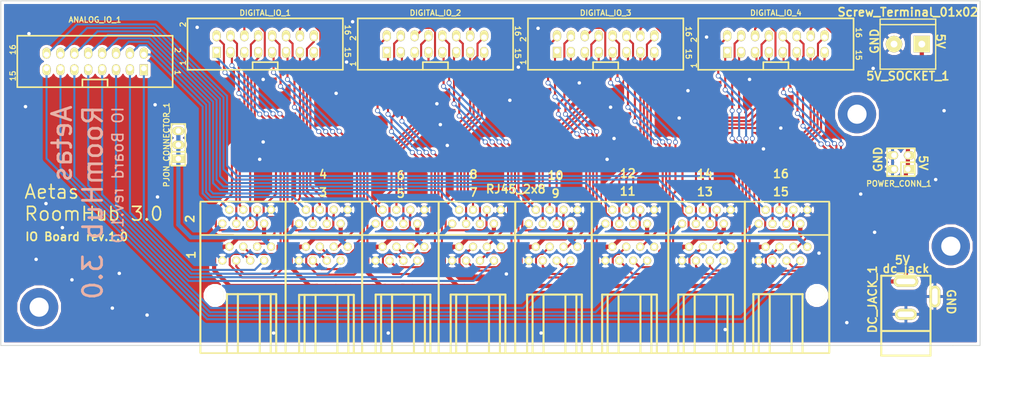
<source format=kicad_pcb>
(kicad_pcb (version 20171130) (host pcbnew 5.0.2-bee76a0~70~ubuntu18.04.1)
  (layers (0 F.Cu signal) (31 B.Cu signal) (34 B.Paste user) (35 F.Paste user) (36 B.SilkS user) (37 F.SilkS user) (38 B.Mask user) (39 F.Mask user) (44 Edge.Cuts user))
  (net 0 "")
  (net 1 /5V)
  (net 2 GND)
  (net 3 "Net-(ANALOG_IO_1-Pad16)")
  (net 4 "Net-(ANALOG_IO_1-Pad15)")
  (net 5 "Net-(ANALOG_IO_1-Pad13)")
  (net 6 "Net-(ANALOG_IO_1-Pad14)")
  (net 7 "Net-(ANALOG_IO_1-Pad12)")
  (net 8 "Net-(ANALOG_IO_1-Pad11)")
  (net 9 "Net-(ANALOG_IO_1-Pad9)")
  (net 10 "Net-(ANALOG_IO_1-Pad10)")
  (net 11 "Net-(ANALOG_IO_1-Pad8)")
  (net 12 "Net-(ANALOG_IO_1-Pad7)")
  (net 13 "Net-(ANALOG_IO_1-Pad1)")
  (net 14 "Net-(ANALOG_IO_1-Pad2)")
  (net 15 "Net-(ANALOG_IO_1-Pad3)")
  (net 16 "Net-(ANALOG_IO_1-Pad4)")
  (net 17 "Net-(ANALOG_IO_1-Pad5)")
  (net 18 "Net-(ANALOG_IO_1-Pad6)")
  (net 19 "Net-(DIGITAL_IO_1-Pad6)")
  (net 20 "Net-(DIGITAL_IO_1-Pad5)")
  (net 21 "Net-(DIGITAL_IO_1-Pad4)")
  (net 22 "Net-(DIGITAL_IO_1-Pad3)")
  (net 23 "Net-(DIGITAL_IO_1-Pad2)")
  (net 24 "Net-(DIGITAL_IO_1-Pad1)")
  (net 25 "Net-(DIGITAL_IO_1-Pad7)")
  (net 26 "Net-(DIGITAL_IO_1-Pad8)")
  (net 27 "Net-(DIGITAL_IO_1-Pad10)")
  (net 28 "Net-(DIGITAL_IO_1-Pad9)")
  (net 29 "Net-(DIGITAL_IO_1-Pad11)")
  (net 30 "Net-(DIGITAL_IO_1-Pad12)")
  (net 31 "Net-(DIGITAL_IO_1-Pad14)")
  (net 32 "Net-(DIGITAL_IO_1-Pad13)")
  (net 33 "Net-(DIGITAL_IO_1-Pad15)")
  (net 34 "Net-(DIGITAL_IO_1-Pad16)")
  (net 35 "Net-(DIGITAL_IO_2-Pad16)")
  (net 36 "Net-(DIGITAL_IO_2-Pad15)")
  (net 37 "Net-(DIGITAL_IO_2-Pad13)")
  (net 38 "Net-(DIGITAL_IO_2-Pad14)")
  (net 39 "Net-(DIGITAL_IO_2-Pad12)")
  (net 40 "Net-(DIGITAL_IO_2-Pad11)")
  (net 41 "Net-(DIGITAL_IO_2-Pad9)")
  (net 42 "Net-(DIGITAL_IO_2-Pad10)")
  (net 43 "Net-(DIGITAL_IO_2-Pad8)")
  (net 44 "Net-(DIGITAL_IO_2-Pad7)")
  (net 45 "Net-(DIGITAL_IO_2-Pad1)")
  (net 46 "Net-(DIGITAL_IO_2-Pad2)")
  (net 47 "Net-(DIGITAL_IO_2-Pad3)")
  (net 48 "Net-(DIGITAL_IO_2-Pad4)")
  (net 49 "Net-(DIGITAL_IO_2-Pad5)")
  (net 50 "Net-(DIGITAL_IO_2-Pad6)")
  (net 51 "Net-(DIGITAL_IO_3-Pad6)")
  (net 52 "Net-(DIGITAL_IO_3-Pad5)")
  (net 53 "Net-(DIGITAL_IO_3-Pad4)")
  (net 54 "Net-(DIGITAL_IO_3-Pad3)")
  (net 55 "Net-(DIGITAL_IO_3-Pad2)")
  (net 56 "Net-(DIGITAL_IO_3-Pad1)")
  (net 57 "Net-(DIGITAL_IO_3-Pad7)")
  (net 58 "Net-(DIGITAL_IO_3-Pad8)")
  (net 59 "Net-(DIGITAL_IO_3-Pad10)")
  (net 60 "Net-(DIGITAL_IO_3-Pad9)")
  (net 61 "Net-(DIGITAL_IO_3-Pad11)")
  (net 62 "Net-(DIGITAL_IO_3-Pad12)")
  (net 63 "Net-(DIGITAL_IO_3-Pad14)")
  (net 64 "Net-(DIGITAL_IO_3-Pad13)")
  (net 65 "Net-(DIGITAL_IO_3-Pad15)")
  (net 66 "Net-(DIGITAL_IO_3-Pad16)")
  (net 67 "Net-(DIGITAL_IO_4-Pad16)")
  (net 68 "Net-(DIGITAL_IO_4-Pad15)")
  (net 69 "Net-(DIGITAL_IO_4-Pad13)")
  (net 70 "Net-(DIGITAL_IO_4-Pad14)")
  (net 71 "Net-(DIGITAL_IO_4-Pad12)")
  (net 72 "Net-(DIGITAL_IO_4-Pad11)")
  (net 73 "Net-(DIGITAL_IO_4-Pad9)")
  (net 74 "Net-(DIGITAL_IO_4-Pad10)")
  (net 75 "Net-(DIGITAL_IO_4-Pad8)")
  (net 76 "Net-(DIGITAL_IO_4-Pad7)")
  (net 77 "Net-(DIGITAL_IO_4-Pad1)")
  (net 78 "Net-(DIGITAL_IO_4-Pad2)")
  (net 79 "Net-(DIGITAL_IO_4-Pad3)")
  (net 80 "Net-(DIGITAL_IO_4-Pad4)")
  (net 81 "Net-(DIGITAL_IO_4-Pad5)")
  (net 82 "Net-(DIGITAL_IO_4-Pad6)")
  (net 83 /PJON)
  (module aetas_kicad:8p8c_2x8_roomhub (layer F.Cu) (at 156.027633 107.04755)
    (fp_text reference "" (at 14.05 -18.83) (layer F.SilkS) (effects (font (size 1.524 1.524) (thickness 0.3048))))
    (fp_text value RJ45_2x8 (at 0 -19.05 -180) (layer F.SilkS) (effects (font (size 1.524 1.524) (thickness 0.3048))))
    (pad 4.7 thru_hole circle (at -38.35678 -15.28) (size 1.50114 1.50114) (drill 0.89916) (layers *.Cu *.Mask F.SilkS) (net 16 "Net-(ANALOG_IO_1-Pad4)"))
    (pad 4.5 thru_hole circle (at -35.81678 -15.28) (size 1.50114 1.50114) (drill 0.89916) (layers *.Cu *.Mask F.SilkS) (net 33 "Net-(DIGITAL_IO_1-Pad15)"))
    (pad 16.4 thru_hole circle (at 49.4745 -12.72) (size 1.50114 1.50114) (drill 0.89916) (layers *.Cu *.Mask F.SilkS) (net 70 "Net-(DIGITAL_IO_4-Pad14)"))
    (pad 6.4 thru_hole circle (at -20.54655 -12.73) (size 1.50114 1.50114) (drill 0.89916) (layers *.Cu *.Mask F.SilkS) (net 50 "Net-(DIGITAL_IO_2-Pad6)"))
    (pad 14.8 thru_hole circle (at 30.3945 -12.72) (size 1.50114 1.50114) (drill 0.89916) (layers *.Cu *.Mask F.SilkS) (net 83 /PJON))
    (pad 6.6 thru_hole circle (at -23.08655 -12.73) (size 1.50114 1.50114) (drill 0.89916) (layers *.Cu *.Mask F.SilkS) (net 43 "Net-(DIGITAL_IO_2-Pad8)"))
    (pad 16.8 thru_hole circle (at 44.3945 -12.72) (size 1.50114 1.50114) (drill 0.89916) (layers *.Cu *.Mask F.SilkS) (net 83 /PJON))
    (pad 16.5 thru_hole circle (at 48.2045 -15.26) (size 1.50114 1.50114) (drill 0.89916) (layers *.Cu *.Mask F.SilkS) (net 68 "Net-(DIGITAL_IO_4-Pad15)"))
    (pad 14.4 thru_hole circle (at 35.4745 -12.72) (size 1.50114 1.50114) (drill 0.89916) (layers *.Cu *.Mask F.SilkS) (net 82 "Net-(DIGITAL_IO_4-Pad6)"))
    (pad 14.1 thru_hole circle (at 39.2845 -15.26) (size 1.50114 1.50114) (drill 0.89916) (layers *.Cu *.Mask F.SilkS) (net 2 GND))
    (pad 14.7 thru_hole circle (at 31.6645 -15.26) (size 1.50114 1.50114) (drill 0.89916) (layers *.Cu *.Mask F.SilkS) (net 6 "Net-(ANALOG_IO_1-Pad14)"))
    (pad 12.4 thru_hole circle (at 21.4641 -12.73) (size 1.50114 1.50114) (drill 0.89916) (layers *.Cu *.Mask F.SilkS) (net 63 "Net-(DIGITAL_IO_3-Pad14)"))
    (pad 14.2 thru_hole circle (at 38.0145 -12.72) (size 1.50114 1.50114) (drill 0.89916) (layers *.Cu *.Mask F.SilkS) (net 1 /5V))
    (pad 12.1 thru_hole circle (at 25.2741 -15.27) (size 1.50114 1.50114) (drill 0.89916) (layers *.Cu *.Mask F.SilkS) (net 2 GND))
    (pad 12.6 thru_hole circle (at 18.9241 -12.73) (size 1.50114 1.50114) (drill 0.89916) (layers *.Cu *.Mask F.SilkS) (net 66 "Net-(DIGITAL_IO_3-Pad16)"))
    (pad 16.3 thru_hole circle (at 50.7445 -15.26) (size 1.50114 1.50114) (drill 0.89916) (layers *.Cu *.Mask F.SilkS) (net 69 "Net-(DIGITAL_IO_4-Pad13)"))
    (pad 12.3 thru_hole circle (at 22.7341 -15.27) (size 1.50114 1.50114) (drill 0.89916) (layers *.Cu *.Mask F.SilkS) (net 64 "Net-(DIGITAL_IO_3-Pad13)"))
    (pad 12.7 thru_hole circle (at 17.6541 -15.27) (size 1.50114 1.50114) (drill 0.89916) (layers *.Cu *.Mask F.SilkS) (net 7 "Net-(ANALOG_IO_1-Pad12)"))
    (pad 4.1 thru_hole circle (at -30.73678 -15.28) (size 1.50114 1.50114) (drill 0.89916) (layers *.Cu *.Mask F.SilkS) (net 2 GND))
    (pad 2.8 thru_hole circle (at -53.627 -12.75) (size 1.50114 1.50114) (drill 0.89916) (layers *.Cu *.Mask F.SilkS) (net 83 /PJON))
    (pad 12.5 thru_hole circle (at 20.1941 -15.27) (size 1.50114 1.50114) (drill 0.89916) (layers *.Cu *.Mask F.SilkS) (net 65 "Net-(DIGITAL_IO_3-Pad15)"))
    (pad 4.3 thru_hole circle (at -33.27678 -15.28) (size 1.50114 1.50114) (drill 0.89916) (layers *.Cu *.Mask F.SilkS) (net 32 "Net-(DIGITAL_IO_1-Pad13)"))
    (pad 14.3 thru_hole circle (at 36.7445 -15.26) (size 1.50114 1.50114) (drill 0.89916) (layers *.Cu *.Mask F.SilkS) (net 81 "Net-(DIGITAL_IO_4-Pad5)"))
    (pad 2.3 thru_hole circle (at -47.277 -15.29) (size 1.50114 1.50114) (drill 0.89916) (layers *.Cu *.Mask F.SilkS) (net 20 "Net-(DIGITAL_IO_1-Pad5)"))
    (pad 4.8 thru_hole circle (at -39.62678 -12.74) (size 1.50114 1.50114) (drill 0.89916) (layers *.Cu *.Mask F.SilkS) (net 83 /PJON))
    (pad 16.7 thru_hole circle (at 45.6645 -15.26) (size 1.50114 1.50114) (drill 0.89916) (layers *.Cu *.Mask F.SilkS) (net 3 "Net-(ANALOG_IO_1-Pad16)"))
    (pad 12.8 thru_hole circle (at 16.3841 -12.73) (size 1.50114 1.50114) (drill 0.89916) (layers *.Cu *.Mask F.SilkS) (net 83 /PJON))
    (pad 8.8 thru_hole circle (at -11.626385 -12.73) (size 1.50114 1.50114) (drill 0.89916) (layers *.Cu *.Mask F.SilkS) (net 83 /PJON))
    (pad 8.1 thru_hole circle (at -2.736385 -15.27) (size 1.50114 1.50114) (drill 0.89916) (layers *.Cu *.Mask F.SilkS) (net 2 GND))
    (pad 8.7 thru_hole circle (at -10.356385 -15.27) (size 1.50114 1.50114) (drill 0.89916) (layers *.Cu *.Mask F.SilkS) (net 11 "Net-(ANALOG_IO_1-Pad8)"))
    (pad 6.3 thru_hole circle (at -19.27655 -15.27) (size 1.50114 1.50114) (drill 0.89916) (layers *.Cu *.Mask F.SilkS) (net 49 "Net-(DIGITAL_IO_2-Pad5)"))
    (pad 4.6 thru_hole circle (at -37.08678 -12.74) (size 1.50114 1.50114) (drill 0.89916) (layers *.Cu *.Mask F.SilkS) (net 34 "Net-(DIGITAL_IO_1-Pad16)"))
    (pad 10.6 thru_hole circle (at 4.9239 -12.73) (size 1.50114 1.50114) (drill 0.89916) (layers *.Cu *.Mask F.SilkS) (net 58 "Net-(DIGITAL_IO_3-Pad8)"))
    (pad 16.1 thru_hole circle (at 53.2845 -15.26) (size 1.50114 1.50114) (drill 0.89916) (layers *.Cu *.Mask F.SilkS) (net 2 GND))
    (pad 16.6 thru_hole circle (at 46.9345 -12.72) (size 1.50114 1.50114) (drill 0.89916) (layers *.Cu *.Mask F.SilkS) (net 67 "Net-(DIGITAL_IO_4-Pad16)"))
    (pad 2.1 thru_hole circle (at -44.737 -15.29) (size 1.50114 1.50114) (drill 0.89916) (layers *.Cu *.Mask F.SilkS) (net 2 GND))
    (pad 10.3 thru_hole circle (at 8.7339 -15.27) (size 1.50114 1.50114) (drill 0.89916) (layers *.Cu *.Mask F.SilkS) (net 52 "Net-(DIGITAL_IO_3-Pad5)"))
    (pad 6.8 thru_hole circle (at -25.62655 -12.73) (size 1.50114 1.50114) (drill 0.89916) (layers *.Cu *.Mask F.SilkS) (net 83 /PJON))
    (pad 16.2 thru_hole circle (at 52.0145 -12.72) (size 1.50114 1.50114) (drill 0.89916) (layers *.Cu *.Mask F.SilkS) (net 1 /5V))
    (pad 10.8 thru_hole circle (at 2.3839 -12.73) (size 1.50114 1.50114) (drill 0.89916) (layers *.Cu *.Mask F.SilkS) (net 83 /PJON))
    (pad 10.4 thru_hole circle (at 7.4639 -12.73) (size 1.50114 1.50114) (drill 0.89916) (layers *.Cu *.Mask F.SilkS) (net 51 "Net-(DIGITAL_IO_3-Pad6)"))
    (pad 2.6 thru_hole circle (at -51.087 -12.75) (size 1.50114 1.50114) (drill 0.89916) (layers *.Cu *.Mask F.SilkS) (net 26 "Net-(DIGITAL_IO_1-Pad8)"))
    (pad 4.2 thru_hole circle (at -32.00678 -12.74) (size 1.50114 1.50114) (drill 0.89916) (layers *.Cu *.Mask F.SilkS) (net 1 /5V))
    (pad 8.5 thru_hole circle (at -7.816385 -15.27) (size 1.50114 1.50114) (drill 0.89916) (layers *.Cu *.Mask F.SilkS) (net 36 "Net-(DIGITAL_IO_2-Pad15)"))
    (pad 8.6 thru_hole circle (at -9.086385 -12.73) (size 1.50114 1.50114) (drill 0.89916) (layers *.Cu *.Mask F.SilkS) (net 35 "Net-(DIGITAL_IO_2-Pad16)"))
    (pad 8.3 thru_hole circle (at -5.276385 -15.27) (size 1.50114 1.50114) (drill 0.89916) (layers *.Cu *.Mask F.SilkS) (net 37 "Net-(DIGITAL_IO_2-Pad13)"))
    (pad 10.2 thru_hole circle (at 10.0039 -12.73) (size 1.50114 1.50114) (drill 0.89916) (layers *.Cu *.Mask F.SilkS) (net 1 /5V))
    (pad 10.5 thru_hole circle (at 6.1939 -15.27) (size 1.50114 1.50114) (drill 0.89916) (layers *.Cu *.Mask F.SilkS) (net 57 "Net-(DIGITAL_IO_3-Pad7)"))
    (pad 6.2 thru_hole circle (at -18.00655 -12.73) (size 1.50114 1.50114) (drill 0.89916) (layers *.Cu *.Mask F.SilkS) (net 1 /5V))
    (pad 2.5 thru_hole circle (at -49.817 -15.29) (size 1.50114 1.50114) (drill 0.89916) (layers *.Cu *.Mask F.SilkS) (net 25 "Net-(DIGITAL_IO_1-Pad7)"))
    (pad 14.5 thru_hole circle (at 34.2045 -15.26) (size 1.50114 1.50114) (drill 0.89916) (layers *.Cu *.Mask F.SilkS) (net 76 "Net-(DIGITAL_IO_4-Pad7)"))
    (pad 2.4 thru_hole circle (at -48.547 -12.75) (size 1.50114 1.50114) (drill 0.89916) (layers *.Cu *.Mask F.SilkS) (net 19 "Net-(DIGITAL_IO_1-Pad6)"))
    (pad 6.1 thru_hole circle (at -16.73655 -15.27) (size 1.50114 1.50114) (drill 0.89916) (layers *.Cu *.Mask F.SilkS) (net 2 GND))
    (pad 4.4 thru_hole circle (at -34.54678 -12.74) (size 1.50114 1.50114) (drill 0.89916) (layers *.Cu *.Mask F.SilkS) (net 31 "Net-(DIGITAL_IO_1-Pad14)"))
    (pad 8.4 thru_hole circle (at -6.546385 -12.73) (size 1.50114 1.50114) (drill 0.89916) (layers *.Cu *.Mask F.SilkS) (net 38 "Net-(DIGITAL_IO_2-Pad14)"))
    (pad 2.7 thru_hole circle (at -52.357 -15.29) (size 1.50114 1.50114) (drill 0.89916) (layers *.Cu *.Mask F.SilkS) (net 14 "Net-(ANALOG_IO_1-Pad2)"))
    (pad 10.1 thru_hole circle (at 11.2739 -15.27) (size 1.50114 1.50114) (drill 0.89916) (layers *.Cu *.Mask F.SilkS) (net 2 GND))
    (pad 10.7 thru_hole circle (at 3.6539 -15.27) (size 1.50114 1.50114) (drill 0.89916) (layers *.Cu *.Mask F.SilkS) (net 10 "Net-(ANALOG_IO_1-Pad10)"))
    (pad 12.2 thru_hole circle (at 24.0041 -12.73) (size 1.50114 1.50114) (drill 0.89916) (layers *.Cu *.Mask F.SilkS) (net 1 /5V))
    (pad 2.2 thru_hole circle (at -46.007 -12.75) (size 1.50114 1.50114) (drill 0.89916) (layers *.Cu *.Mask F.SilkS) (net 1 /5V))
    (pad 14.6 thru_hole circle (at 32.9345 -12.72) (size 1.50114 1.50114) (drill 0.89916) (layers *.Cu *.Mask F.SilkS) (net 75 "Net-(DIGITAL_IO_4-Pad8)"))
    (pad 8.2 thru_hole circle (at -4.006385 -12.73) (size 1.50114 1.50114) (drill 0.89916) (layers *.Cu *.Mask F.SilkS) (net 1 /5V))
    (pad 6.5 thru_hole circle (at -21.81655 -15.27) (size 1.50114 1.50114) (drill 0.89916) (layers *.Cu *.Mask F.SilkS) (net 44 "Net-(DIGITAL_IO_2-Pad7)"))
    (pad 6.7 thru_hole circle (at -24.35655 -15.27) (size 1.50114 1.50114) (drill 0.89916) (layers *.Cu *.Mask F.SilkS) (net 18 "Net-(ANALOG_IO_1-Pad6)"))
    (pad 1.2 thru_hole circle (at -52.357 -8.54) (size 1.50114 1.50114) (drill 0.89916) (layers *.Cu *.Mask F.SilkS) (net 1 /5V))
    (pad 1.4 thru_hole circle (at -49.817 -8.54) (size 1.50114 1.50114) (drill 0.89916) (layers *.Cu *.Mask F.SilkS) (net 23 "Net-(DIGITAL_IO_1-Pad2)"))
    (pad 1.8 thru_hole circle (at -44.737 -8.54) (size 1.50114 1.50114) (drill 0.89916) (layers *.Cu *.Mask F.SilkS) (net 83 /PJON))
    (pad 1.6 thru_hole circle (at -47.277 -8.54) (size 1.50114 1.50114) (drill 0.89916) (layers *.Cu *.Mask F.SilkS) (net 21 "Net-(DIGITAL_IO_1-Pad4)"))
    (pad 1.1 thru_hole circle (at -53.627 -6) (size 1.50114 1.50114) (drill 0.89916) (layers *.Cu *.Mask F.SilkS) (net 2 GND))
    (pad 1.3 thru_hole circle (at -51.087 -6) (size 1.50114 1.50114) (drill 0.89916) (layers *.Cu *.Mask F.SilkS) (net 24 "Net-(DIGITAL_IO_1-Pad1)"))
    (pad "" np_thru_hole circle (at -54.97 0.39) (size 3.2004 3.2004) (drill 3.2004) (layers *.Cu *.Mask F.SilkS))
    (pad 1.7 thru_hole circle (at -46.007 -6) (size 1.50114 1.50114) (drill 0.89916) (layers *.Cu *.Mask F.SilkS) (net 13 "Net-(ANALOG_IO_1-Pad1)"))
    (pad 1.5 thru_hole circle (at -48.547 -6) (size 1.50114 1.50114) (drill 0.89916) (layers *.Cu *.Mask F.SilkS) (net 22 "Net-(DIGITAL_IO_1-Pad3)"))
    (pad 3.5 thru_hole circle (at -34.54678 -5.99) (size 1.50114 1.50114) (drill 0.89916) (layers *.Cu *.Mask F.SilkS) (net 29 "Net-(DIGITAL_IO_1-Pad11)"))
    (pad 3.3 thru_hole circle (at -37.08678 -5.99) (size 1.50114 1.50114) (drill 0.89916) (layers *.Cu *.Mask F.SilkS) (net 28 "Net-(DIGITAL_IO_1-Pad9)"))
    (pad 3.6 thru_hole circle (at -33.27678 -8.53) (size 1.50114 1.50114) (drill 0.89916) (layers *.Cu *.Mask F.SilkS) (net 30 "Net-(DIGITAL_IO_1-Pad12)"))
    (pad 3.1 thru_hole circle (at -39.62678 -5.99) (size 1.50114 1.50114) (drill 0.89916) (layers *.Cu *.Mask F.SilkS) (net 2 GND))
    (pad 3.7 thru_hole circle (at -32.00678 -5.99) (size 1.50114 1.50114) (drill 0.89916) (layers *.Cu *.Mask F.SilkS) (net 15 "Net-(ANALOG_IO_1-Pad3)"))
    (pad 3.8 thru_hole circle (at -30.73678 -8.53) (size 1.50114 1.50114) (drill 0.89916) (layers *.Cu *.Mask F.SilkS) (net 83 /PJON))
    (pad 3.4 thru_hole circle (at -35.81678 -8.53) (size 1.50114 1.50114) (drill 0.89916) (layers *.Cu *.Mask F.SilkS) (net 27 "Net-(DIGITAL_IO_1-Pad10)"))
    (pad 3.2 thru_hole circle (at -38.35678 -8.53) (size 1.50114 1.50114) (drill 0.89916) (layers *.Cu *.Mask F.SilkS) (net 1 /5V))
    (pad 5.1 thru_hole circle (at -25.62655 -5.98) (size 1.50114 1.50114) (drill 0.89916) (layers *.Cu *.Mask F.SilkS) (net 2 GND))
    (pad 5.8 thru_hole circle (at -16.73655 -8.52) (size 1.50114 1.50114) (drill 0.89916) (layers *.Cu *.Mask F.SilkS) (net 83 /PJON))
    (pad 5.2 thru_hole circle (at -24.35655 -8.52) (size 1.50114 1.50114) (drill 0.89916) (layers *.Cu *.Mask F.SilkS) (net 1 /5V))
    (pad 5.4 thru_hole circle (at -21.81655 -8.52) (size 1.50114 1.50114) (drill 0.89916) (layers *.Cu *.Mask F.SilkS) (net 46 "Net-(DIGITAL_IO_2-Pad2)"))
    (pad 5.3 thru_hole circle (at -23.08655 -5.98) (size 1.50114 1.50114) (drill 0.89916) (layers *.Cu *.Mask F.SilkS) (net 45 "Net-(DIGITAL_IO_2-Pad1)"))
    (pad 5.6 thru_hole circle (at -19.27655 -8.52) (size 1.50114 1.50114) (drill 0.89916) (layers *.Cu *.Mask F.SilkS) (net 48 "Net-(DIGITAL_IO_2-Pad4)"))
    (pad 5.5 thru_hole circle (at -20.54655 -5.98) (size 1.50114 1.50114) (drill 0.89916) (layers *.Cu *.Mask F.SilkS) (net 47 "Net-(DIGITAL_IO_2-Pad3)"))
    (pad 5.7 thru_hole circle (at -18.00655 -5.98) (size 1.50114 1.50114) (drill 0.89916) (layers *.Cu *.Mask F.SilkS) (net 17 "Net-(ANALOG_IO_1-Pad5)"))
    (pad 7.5 thru_hole circle (at -6.546385 -5.98) (size 1.50114 1.50114) (drill 0.89916) (layers *.Cu *.Mask F.SilkS) (net 40 "Net-(DIGITAL_IO_2-Pad11)"))
    (pad 7.1 thru_hole circle (at -11.626385 -5.98) (size 1.50114 1.50114) (drill 0.89916) (layers *.Cu *.Mask F.SilkS) (net 2 GND))
    (pad 7.4 thru_hole circle (at -7.816385 -8.52) (size 1.50114 1.50114) (drill 0.89916) (layers *.Cu *.Mask F.SilkS) (net 42 "Net-(DIGITAL_IO_2-Pad10)"))
    (pad 7.6 thru_hole circle (at -5.276385 -8.52) (size 1.50114 1.50114) (drill 0.89916) (layers *.Cu *.Mask F.SilkS) (net 39 "Net-(DIGITAL_IO_2-Pad12)"))
    (pad 7.2 thru_hole circle (at -10.356385 -8.52) (size 1.50114 1.50114) (drill 0.89916) (layers *.Cu *.Mask F.SilkS) (net 1 /5V))
    (pad 7.8 thru_hole circle (at -2.736385 -8.52) (size 1.50114 1.50114) (drill 0.89916) (layers *.Cu *.Mask F.SilkS) (net 83 /PJON))
    (pad 7.3 thru_hole circle (at -9.086385 -5.98) (size 1.50114 1.50114) (drill 0.89916) (layers *.Cu *.Mask F.SilkS) (net 41 "Net-(DIGITAL_IO_2-Pad9)"))
    (pad 7.7 thru_hole circle (at -4.006385 -5.98) (size 1.50114 1.50114) (drill 0.89916) (layers *.Cu *.Mask F.SilkS) (net 12 "Net-(ANALOG_IO_1-Pad7)"))
    (pad 15.1 thru_hole circle (at 44.3945 -5.97) (size 1.50114 1.50114) (drill 0.89916) (layers *.Cu *.Mask F.SilkS) (net 2 GND))
    (pad 15.5 thru_hole circle (at 49.4745 -5.97) (size 1.50114 1.50114) (drill 0.89916) (layers *.Cu *.Mask F.SilkS) (net 72 "Net-(DIGITAL_IO_4-Pad11)"))
    (pad 15.8 thru_hole circle (at 53.2845 -8.51) (size 1.50114 1.50114) (drill 0.89916) (layers *.Cu *.Mask F.SilkS) (net 83 /PJON))
    (pad 15.2 thru_hole circle (at 45.6645 -8.51) (size 1.50114 1.50114) (drill 0.89916) (layers *.Cu *.Mask F.SilkS) (net 1 /5V))
    (pad 15.7 thru_hole circle (at 52.0145 -5.97) (size 1.50114 1.50114) (drill 0.89916) (layers *.Cu *.Mask F.SilkS) (net 4 "Net-(ANALOG_IO_1-Pad15)"))
    (pad "" np_thru_hole circle (at 55.03 0.39) (size 3.2004 3.2004) (drill 3.2004) (layers *.Cu *.Mask F.SilkS))
    (pad 15.6 thru_hole circle (at 50.7445 -8.51) (size 1.50114 1.50114) (drill 0.89916) (layers *.Cu *.Mask F.SilkS) (net 71 "Net-(DIGITAL_IO_4-Pad12)"))
    (pad 15.4 thru_hole circle (at 48.2045 -8.51) (size 1.50114 1.50114) (drill 0.89916) (layers *.Cu *.Mask F.SilkS) (net 74 "Net-(DIGITAL_IO_4-Pad10)"))
    (pad 15.3 thru_hole circle (at 46.9345 -5.97) (size 1.50114 1.50114) (drill 0.89916) (layers *.Cu *.Mask F.SilkS) (net 73 "Net-(DIGITAL_IO_4-Pad9)"))
    (pad 13.5 thru_hole circle (at 35.4745 -5.97) (size 1.50114 1.50114) (drill 0.89916) (layers *.Cu *.Mask F.SilkS) (net 79 "Net-(DIGITAL_IO_4-Pad3)"))
    (pad 13.8 thru_hole circle (at 39.2845 -8.51) (size 1.50114 1.50114) (drill 0.89916) (layers *.Cu *.Mask F.SilkS) (net 83 /PJON))
    (pad 13.3 thru_hole circle (at 32.9345 -5.97) (size 1.50114 1.50114) (drill 0.89916) (layers *.Cu *.Mask F.SilkS) (net 77 "Net-(DIGITAL_IO_4-Pad1)"))
    (pad 13.6 thru_hole circle (at 36.7445 -8.51) (size 1.50114 1.50114) (drill 0.89916) (layers *.Cu *.Mask F.SilkS) (net 80 "Net-(DIGITAL_IO_4-Pad4)"))
    (pad 13.2 thru_hole circle (at 31.6645 -8.51) (size 1.50114 1.50114) (drill 0.89916) (layers *.Cu *.Mask F.SilkS) (net 1 /5V))
    (pad 13.4 thru_hole circle (at 34.2045 -8.51) (size 1.50114 1.50114) (drill 0.89916) (layers *.Cu *.Mask F.SilkS) (net 78 "Net-(DIGITAL_IO_4-Pad2)"))
    (pad 13.1 thru_hole circle (at 30.3945 -5.97) (size 1.50114 1.50114) (drill 0.89916) (layers *.Cu *.Mask F.SilkS) (net 2 GND))
    (pad 13.7 thru_hole circle (at 38.0145 -5.97) (size 1.50114 1.50114) (drill 0.89916) (layers *.Cu *.Mask F.SilkS) (net 5 "Net-(ANALOG_IO_1-Pad13)"))
    (pad 11.3 thru_hole circle (at 18.9241 -5.98) (size 1.50114 1.50114) (drill 0.89916) (layers *.Cu *.Mask F.SilkS) (net 60 "Net-(DIGITAL_IO_3-Pad9)"))
    (pad 11.6 thru_hole circle (at 22.7341 -8.52) (size 1.50114 1.50114) (drill 0.89916) (layers *.Cu *.Mask F.SilkS) (net 62 "Net-(DIGITAL_IO_3-Pad12)"))
    (pad 11.1 thru_hole circle (at 16.3841 -5.98) (size 1.50114 1.50114) (drill 0.89916) (layers *.Cu *.Mask F.SilkS) (net 2 GND))
    (pad 11.5 thru_hole circle (at 21.4641 -5.98) (size 1.50114 1.50114) (drill 0.89916) (layers *.Cu *.Mask F.SilkS) (net 61 "Net-(DIGITAL_IO_3-Pad11)"))
    (pad 11.7 thru_hole circle (at 24.0041 -5.98) (size 1.50114 1.50114) (drill 0.89916) (layers *.Cu *.Mask F.SilkS) (net 8 "Net-(ANALOG_IO_1-Pad11)"))
    (pad 11.4 thru_hole circle (at 20.1941 -8.52) (size 1.50114 1.50114) (drill 0.89916) (layers *.Cu *.Mask F.SilkS) (net 59 "Net-(DIGITAL_IO_3-Pad10)"))
    (pad 11.8 thru_hole circle (at 25.2741 -8.52) (size 1.50114 1.50114) (drill 0.89916) (layers *.Cu *.Mask F.SilkS) (net 83 /PJON))
    (pad 11.2 thru_hole circle (at 17.6541 -8.52) (size 1.50114 1.50114) (drill 0.89916) (layers *.Cu *.Mask F.SilkS) (net 1 /5V))
    (pad 9.1 thru_hole circle (at 2.3839 -5.98) (size 1.50114 1.50114) (drill 0.89916) (layers *.Cu *.Mask F.SilkS) (net 2 GND))
    (pad 9.2 thru_hole circle (at 3.6539 -8.52) (size 1.50114 1.50114) (drill 0.89916) (layers *.Cu *.Mask F.SilkS) (net 1 /5V))
    (pad 9.3 thru_hole circle (at 4.9239 -5.98) (size 1.50114 1.50114) (drill 0.89916) (layers *.Cu *.Mask F.SilkS) (net 56 "Net-(DIGITAL_IO_3-Pad1)"))
    (pad 9.4 thru_hole circle (at 6.1939 -8.52) (size 1.50114 1.50114) (drill 0.89916) (layers *.Cu *.Mask F.SilkS) (net 55 "Net-(DIGITAL_IO_3-Pad2)"))
    (pad 9.5 thru_hole circle (at 7.4639 -5.98) (size 1.50114 1.50114) (drill 0.89916) (layers *.Cu *.Mask F.SilkS) (net 54 "Net-(DIGITAL_IO_3-Pad3)"))
    (pad 9.6 thru_hole circle (at 8.7339 -8.52) (size 1.50114 1.50114) (drill 0.89916) (layers *.Cu *.Mask F.SilkS) (net 53 "Net-(DIGITAL_IO_3-Pad4)"))
    (pad 9.7 thru_hole circle (at 10.0039 -5.98) (size 1.50114 1.50114) (drill 0.89916) (layers *.Cu *.Mask F.SilkS) (net 9 "Net-(ANALOG_IO_1-Pad9)"))
    (pad 9.8 thru_hole circle (at 11.2739 -8.52) (size 1.50114 1.50114) (drill 0.89916) (layers *.Cu *.Mask F.SilkS) (net 83 /PJON))
  )
  (module Mounting_Holes:MountingHole_3.5mm_Pad (layer F.Cu) (at 218.397633 74.29755 90)
    (fp_text reference "" (at 0 -4.5 90) (layer F.SilkS))
    (fp_text value "")
    (pad 1 thru_hole circle (at 0 0 90) (size 7 7) (drill 3.5) (layers *.Cu *.Mask))
  )
  (module Mounting_Holes:MountingHole_3.5mm_Pad (layer F.Cu) (at 235.542633 98.42755 90)
    (fp_text reference "" (at 0 -4.5 90) (layer F.SilkS))
    (fp_text value "")
    (pad 1 thru_hole circle (at 0 0 90) (size 7 7) (drill 3.5) (layers *.Cu *.Mask))
  )
  (module w_conn_strip:vasch_strip_8x2 (layer F.Cu) (at 141.340105 61.485414)
    (fp_text reference DIGITAL_IO_2 (at 0 -5.7) (layer F.SilkS) (effects (font (thickness 0.2032))))
    (fp_text value IDC_16 hide)
    (pad 16 thru_hole oval (at 8.89 -1.27) (size 1.5 2) (drill 1 (offset 0 -0.25)) (layers *.Cu *.Mask F.SilkS) (net 35 "Net-(DIGITAL_IO_2-Pad16)"))
    (pad 15 thru_hole oval (at 8.89 1.27) (size 1.5 2) (drill 1 (offset 0 0.25)) (layers *.Cu *.Mask F.SilkS) (net 36 "Net-(DIGITAL_IO_2-Pad15)"))
    (pad 13 thru_hole oval (at 6.35 1.27) (size 1.5 2) (drill 1 (offset 0 0.25)) (layers *.Cu *.Mask F.SilkS) (net 37 "Net-(DIGITAL_IO_2-Pad13)"))
    (pad 14 thru_hole oval (at 6.35 -1.27) (size 1.5 2) (drill 1 (offset 0 -0.25)) (layers *.Cu *.Mask F.SilkS) (net 38 "Net-(DIGITAL_IO_2-Pad14)"))
    (pad 12 thru_hole oval (at 3.81 -1.27) (size 1.5 2) (drill 1 (offset 0 -0.25)) (layers *.Cu *.Mask F.SilkS) (net 39 "Net-(DIGITAL_IO_2-Pad12)"))
    (pad 11 thru_hole oval (at 3.81 1.27) (size 1.5 2) (drill 1 (offset 0 0.25)) (layers *.Cu *.Mask F.SilkS) (net 40 "Net-(DIGITAL_IO_2-Pad11)"))
    (pad 9 thru_hole oval (at 1.27 1.27) (size 1.5 2) (drill 1 (offset 0 0.25)) (layers *.Cu *.Mask F.SilkS) (net 41 "Net-(DIGITAL_IO_2-Pad9)"))
    (pad 10 thru_hole oval (at 1.27 -1.27) (size 1.5 2) (drill 1 (offset 0 -0.25)) (layers *.Cu *.Mask F.SilkS) (net 42 "Net-(DIGITAL_IO_2-Pad10)"))
    (pad 8 thru_hole oval (at -1.27 -1.27) (size 1.5 2) (drill 1 (offset 0 -0.25)) (layers *.Cu *.Mask F.SilkS) (net 43 "Net-(DIGITAL_IO_2-Pad8)"))
    (pad 7 thru_hole oval (at -1.27 1.27) (size 1.5 2) (drill 1 (offset 0 0.25)) (layers *.Cu *.Mask F.SilkS) (net 44 "Net-(DIGITAL_IO_2-Pad7)"))
    (pad 1 thru_hole rect (at -8.89 1.27) (size 1.5 2) (drill 1 (offset 0 0.25)) (layers *.Cu *.Mask F.SilkS) (net 45 "Net-(DIGITAL_IO_2-Pad1)"))
    (pad 2 thru_hole oval (at -8.89 -1.27) (size 1.5 2) (drill 1 (offset 0 -0.25)) (layers *.Cu *.Mask F.SilkS) (net 46 "Net-(DIGITAL_IO_2-Pad2)"))
    (pad 3 thru_hole oval (at -6.35 1.27) (size 1.5 2) (drill 1 (offset 0 0.25)) (layers *.Cu *.Mask F.SilkS) (net 47 "Net-(DIGITAL_IO_2-Pad3)"))
    (pad 4 thru_hole oval (at -6.35 -1.27) (size 1.5 2) (drill 1 (offset 0 -0.25)) (layers *.Cu *.Mask F.SilkS) (net 48 "Net-(DIGITAL_IO_2-Pad4)"))
    (pad 5 thru_hole oval (at -3.81 1.27) (size 1.5 2) (drill 1 (offset 0 0.25)) (layers *.Cu *.Mask F.SilkS) (net 49 "Net-(DIGITAL_IO_2-Pad5)"))
    (pad 6 thru_hole oval (at -3.81 -1.27) (size 1.5 2) (drill 1 (offset 0 -0.25)) (layers *.Cu *.Mask F.SilkS) (net 50 "Net-(DIGITAL_IO_2-Pad6)"))
  )
  (module aetas_kicad:analog_conn_02x08 (layer F.Cu) (at 79.110105 64.660414)
    (fp_text reference ANALOG_IO_1 (at 0 -7.62) (layer F.SilkS) (effects (font (thickness 0.2032))))
    (fp_text value IDC_16 hide)
    (pad 16 thru_hole oval (at -8.85 -1.27) (size 1.5 2) (drill 1 (offset 0 -0.25)) (layers *.Cu *.Mask F.SilkS) (net 3 "Net-(ANALOG_IO_1-Pad16)"))
    (pad 15 thru_hole oval (at -8.85 1.27) (size 1.5 2) (drill 1 (offset 0 0.25)) (layers *.Cu *.Mask F.SilkS) (net 4 "Net-(ANALOG_IO_1-Pad15)"))
    (pad 13 thru_hole oval (at -6.31 1.27) (size 1.5 2) (drill 1 (offset 0 0.25)) (layers *.Cu *.Mask F.SilkS) (net 5 "Net-(ANALOG_IO_1-Pad13)"))
    (pad 14 thru_hole oval (at -6.31 -1.27) (size 1.5 2) (drill 1 (offset 0 -0.25)) (layers *.Cu *.Mask F.SilkS) (net 6 "Net-(ANALOG_IO_1-Pad14)"))
    (pad 12 thru_hole oval (at -3.77 -1.27) (size 1.5 2) (drill 1 (offset 0 -0.25)) (layers *.Cu *.Mask F.SilkS) (net 7 "Net-(ANALOG_IO_1-Pad12)"))
    (pad 11 thru_hole oval (at -3.77 1.27) (size 1.5 2) (drill 1 (offset 0 0.25)) (layers *.Cu *.Mask F.SilkS) (net 8 "Net-(ANALOG_IO_1-Pad11)"))
    (pad 9 thru_hole oval (at -1.23 1.27) (size 1.5 2) (drill 1 (offset 0 0.25)) (layers *.Cu *.Mask F.SilkS) (net 9 "Net-(ANALOG_IO_1-Pad9)"))
    (pad 10 thru_hole oval (at -1.23 -1.27) (size 1.5 2) (drill 1 (offset 0 -0.25)) (layers *.Cu *.Mask F.SilkS) (net 10 "Net-(ANALOG_IO_1-Pad10)"))
    (pad 8 thru_hole oval (at 1.31 -1.27) (size 1.5 2) (drill 1 (offset 0 -0.25)) (layers *.Cu *.Mask F.SilkS) (net 11 "Net-(ANALOG_IO_1-Pad8)"))
    (pad 7 thru_hole oval (at 1.31 1.27) (size 1.5 2) (drill 1 (offset 0 0.25)) (layers *.Cu *.Mask F.SilkS) (net 12 "Net-(ANALOG_IO_1-Pad7)"))
    (pad 1 thru_hole rect (at 8.93 1.27) (size 1.5 2) (drill 1 (offset 0 0.25)) (layers *.Cu *.Mask F.SilkS) (net 13 "Net-(ANALOG_IO_1-Pad1)"))
    (pad 2 thru_hole oval (at 8.93 -1.27) (size 1.5 2) (drill 1 (offset 0 -0.25)) (layers *.Cu *.Mask F.SilkS) (net 14 "Net-(ANALOG_IO_1-Pad2)"))
    (pad 3 thru_hole oval (at 6.39 1.27) (size 1.5 2) (drill 1 (offset 0 0.25)) (layers *.Cu *.Mask F.SilkS) (net 15 "Net-(ANALOG_IO_1-Pad3)"))
    (pad 4 thru_hole oval (at 6.39 -1.27) (size 1.5 2) (drill 1 (offset 0 -0.25)) (layers *.Cu *.Mask F.SilkS) (net 16 "Net-(ANALOG_IO_1-Pad4)"))
    (pad 5 thru_hole oval (at 3.85 1.27) (size 1.5 2) (drill 1 (offset 0 0.25)) (layers *.Cu *.Mask F.SilkS) (net 17 "Net-(ANALOG_IO_1-Pad5)"))
    (pad 6 thru_hole oval (at 3.85 -1.27) (size 1.5 2) (drill 1 (offset 0 -0.25)) (layers *.Cu *.Mask F.SilkS) (net 18 "Net-(ANALOG_IO_1-Pad6)"))
  )
  (module w_conn_strip:vasch_strip_8x2 (layer F.Cu) (at 172.455105 61.485414)
    (fp_text reference DIGITAL_IO_3 (at 0 -5.7) (layer F.SilkS) (effects (font (thickness 0.2032))))
    (fp_text value IDC_16 hide)
    (pad 6 thru_hole oval (at -3.81 -1.27) (size 1.5 2) (drill 1 (offset 0 -0.25)) (layers *.Cu *.Mask F.SilkS) (net 51 "Net-(DIGITAL_IO_3-Pad6)"))
    (pad 5 thru_hole oval (at -3.81 1.27) (size 1.5 2) (drill 1 (offset 0 0.25)) (layers *.Cu *.Mask F.SilkS) (net 52 "Net-(DIGITAL_IO_3-Pad5)"))
    (pad 4 thru_hole oval (at -6.35 -1.27) (size 1.5 2) (drill 1 (offset 0 -0.25)) (layers *.Cu *.Mask F.SilkS) (net 53 "Net-(DIGITAL_IO_3-Pad4)"))
    (pad 3 thru_hole oval (at -6.35 1.27) (size 1.5 2) (drill 1 (offset 0 0.25)) (layers *.Cu *.Mask F.SilkS) (net 54 "Net-(DIGITAL_IO_3-Pad3)"))
    (pad 2 thru_hole oval (at -8.89 -1.27) (size 1.5 2) (drill 1 (offset 0 -0.25)) (layers *.Cu *.Mask F.SilkS) (net 55 "Net-(DIGITAL_IO_3-Pad2)"))
    (pad 1 thru_hole rect (at -8.89 1.27) (size 1.5 2) (drill 1 (offset 0 0.25)) (layers *.Cu *.Mask F.SilkS) (net 56 "Net-(DIGITAL_IO_3-Pad1)"))
    (pad 7 thru_hole oval (at -1.27 1.27) (size 1.5 2) (drill 1 (offset 0 0.25)) (layers *.Cu *.Mask F.SilkS) (net 57 "Net-(DIGITAL_IO_3-Pad7)"))
    (pad 8 thru_hole oval (at -1.27 -1.27) (size 1.5 2) (drill 1 (offset 0 -0.25)) (layers *.Cu *.Mask F.SilkS) (net 58 "Net-(DIGITAL_IO_3-Pad8)"))
    (pad 10 thru_hole oval (at 1.27 -1.27) (size 1.5 2) (drill 1 (offset 0 -0.25)) (layers *.Cu *.Mask F.SilkS) (net 59 "Net-(DIGITAL_IO_3-Pad10)"))
    (pad 9 thru_hole oval (at 1.27 1.27) (size 1.5 2) (drill 1 (offset 0 0.25)) (layers *.Cu *.Mask F.SilkS) (net 60 "Net-(DIGITAL_IO_3-Pad9)"))
    (pad 11 thru_hole oval (at 3.81 1.27) (size 1.5 2) (drill 1 (offset 0 0.25)) (layers *.Cu *.Mask F.SilkS) (net 61 "Net-(DIGITAL_IO_3-Pad11)"))
    (pad 12 thru_hole oval (at 3.81 -1.27) (size 1.5 2) (drill 1 (offset 0 -0.25)) (layers *.Cu *.Mask F.SilkS) (net 62 "Net-(DIGITAL_IO_3-Pad12)"))
    (pad 14 thru_hole oval (at 6.35 -1.27) (size 1.5 2) (drill 1 (offset 0 -0.25)) (layers *.Cu *.Mask F.SilkS) (net 63 "Net-(DIGITAL_IO_3-Pad14)"))
    (pad 13 thru_hole oval (at 6.35 1.27) (size 1.5 2) (drill 1 (offset 0 0.25)) (layers *.Cu *.Mask F.SilkS) (net 64 "Net-(DIGITAL_IO_3-Pad13)"))
    (pad 15 thru_hole oval (at 8.89 1.27) (size 1.5 2) (drill 1 (offset 0 0.25)) (layers *.Cu *.Mask F.SilkS) (net 65 "Net-(DIGITAL_IO_3-Pad15)"))
    (pad 16 thru_hole oval (at 8.89 -1.27) (size 1.5 2) (drill 1 (offset 0 -0.25)) (layers *.Cu *.Mask F.SilkS) (net 66 "Net-(DIGITAL_IO_3-Pad16)"))
  )
  (module w_conn_screw:mors_2p (layer F.Cu) (at 227.700105 61.485414 180)
    (fp_text reference 5V_SOCKET_1 (at 0 -5.842 180) (layer F.SilkS) (effects (font (size 1.524 1.524) (thickness 0.3048))))
    (fp_text value Screw_Terminal_01x02 (at 0 5.842 180) (layer F.SilkS) (effects (font (size 1.524 1.524) (thickness 0.3048))))
    (pad 1 thru_hole rect (at -2.54 0 180) (size 2.99974 2.99974) (drill 1.24968) (layers *.Cu *.Mask F.SilkS) (net 1 /5V))
    (pad 2 thru_hole circle (at 2.54 0 180) (size 2.99974 2.99974) (drill 1.24968) (layers *.Cu *.Mask F.SilkS) (net 2 GND))
  )
  (module w_conn_misc:dc_socket (layer F.Cu) (at 227.33 111.125)
    (fp_text reference DC_JACK_1 (at -6.096 -2.992202 -270) (layer F.SilkS) (effects (font (size 1.524 1.524) (thickness 0.3048))))
    (fp_text value dc_jack (at 0 -8.60044) (layer F.SilkS) (effects (font (size 1.524 1.524) (thickness 0.3048))))
    (pad 1 thru_hole oval (at 5.30098 -3.50012) (size 1.99898 4.0005) (drill oval 1.00076 2.99974) (layers *.Cu *.Mask F.SilkS) (net 2 GND))
    (pad 2 thru_hole oval (at 0 -0.24892) (size 4.0005 1.99898) (drill oval 2.99974 1.00076) (layers *.Cu *.Mask F.SilkS) (net 2 GND))
    (pad 3 thru_hole oval (at 0 -6.25094) (size 4.50088 1.99898) (drill oval 3.50012 1.00076) (layers *.Cu *.Mask F.SilkS) (net 1 /5V))
  )
  (module w_conn_strip:vasch_strip_8x2 (layer F.Cu) (at 110.225105 61.485414)
    (fp_text reference DIGITAL_IO_1 (at 0 -5.7 -180) (layer F.SilkS) (effects (font (thickness 0.2032))))
    (fp_text value IDC_16 hide)
    (pad 6 thru_hole oval (at -3.81 -1.27) (size 1.5 2) (drill 1 (offset 0 -0.25)) (layers *.Cu *.Mask F.SilkS) (net 19 "Net-(DIGITAL_IO_1-Pad6)"))
    (pad 5 thru_hole oval (at -3.81 1.27) (size 1.5 2) (drill 1 (offset 0 0.25)) (layers *.Cu *.Mask F.SilkS) (net 20 "Net-(DIGITAL_IO_1-Pad5)"))
    (pad 4 thru_hole oval (at -6.35 -1.27) (size 1.5 2) (drill 1 (offset 0 -0.25)) (layers *.Cu *.Mask F.SilkS) (net 21 "Net-(DIGITAL_IO_1-Pad4)"))
    (pad 3 thru_hole oval (at -6.35 1.27) (size 1.5 2) (drill 1 (offset 0 0.25)) (layers *.Cu *.Mask F.SilkS) (net 22 "Net-(DIGITAL_IO_1-Pad3)"))
    (pad 2 thru_hole oval (at -8.89 -1.27) (size 1.5 2) (drill 1 (offset 0 -0.25)) (layers *.Cu *.Mask F.SilkS) (net 23 "Net-(DIGITAL_IO_1-Pad2)"))
    (pad 1 thru_hole rect (at -8.89 1.27) (size 1.5 2) (drill 1 (offset 0 0.25)) (layers *.Cu *.Mask F.SilkS) (net 24 "Net-(DIGITAL_IO_1-Pad1)"))
    (pad 7 thru_hole oval (at -1.27 1.27) (size 1.5 2) (drill 1 (offset 0 0.25)) (layers *.Cu *.Mask F.SilkS) (net 25 "Net-(DIGITAL_IO_1-Pad7)"))
    (pad 8 thru_hole oval (at -1.27 -1.27) (size 1.5 2) (drill 1 (offset 0 -0.25)) (layers *.Cu *.Mask F.SilkS) (net 26 "Net-(DIGITAL_IO_1-Pad8)"))
    (pad 10 thru_hole oval (at 1.27 -1.27) (size 1.5 2) (drill 1 (offset 0 -0.25)) (layers *.Cu *.Mask F.SilkS) (net 27 "Net-(DIGITAL_IO_1-Pad10)"))
    (pad 9 thru_hole oval (at 1.27 1.27) (size 1.5 2) (drill 1 (offset 0 0.25)) (layers *.Cu *.Mask F.SilkS) (net 28 "Net-(DIGITAL_IO_1-Pad9)"))
    (pad 11 thru_hole oval (at 3.81 1.27) (size 1.5 2) (drill 1 (offset 0 0.25)) (layers *.Cu *.Mask F.SilkS) (net 29 "Net-(DIGITAL_IO_1-Pad11)"))
    (pad 12 thru_hole oval (at 3.81 -1.27) (size 1.5 2) (drill 1 (offset 0 -0.25)) (layers *.Cu *.Mask F.SilkS) (net 30 "Net-(DIGITAL_IO_1-Pad12)"))
    (pad 14 thru_hole oval (at 6.35 -1.27) (size 1.5 2) (drill 1 (offset 0 -0.25)) (layers *.Cu *.Mask F.SilkS) (net 31 "Net-(DIGITAL_IO_1-Pad14)"))
    (pad 13 thru_hole oval (at 6.35 1.27) (size 1.5 2) (drill 1 (offset 0 0.25)) (layers *.Cu *.Mask F.SilkS) (net 32 "Net-(DIGITAL_IO_1-Pad13)"))
    (pad 15 thru_hole oval (at 8.89 1.27) (size 1.5 2) (drill 1 (offset 0 0.25)) (layers *.Cu *.Mask F.SilkS) (net 33 "Net-(DIGITAL_IO_1-Pad15)"))
    (pad 16 thru_hole oval (at 8.89 -1.27) (size 1.5 2) (drill 1 (offset 0 -0.25)) (layers *.Cu *.Mask F.SilkS) (net 34 "Net-(DIGITAL_IO_1-Pad16)"))
  )
  (module w_conn_strip:vasch_strip_8x2 (layer F.Cu) (at 203.570105 61.485414)
    (fp_text reference DIGITAL_IO_4 (at 0 -5.7) (layer F.SilkS) (effects (font (thickness 0.2032))))
    (fp_text value IDC_16 hide)
    (pad 16 thru_hole oval (at 8.89 -1.27) (size 1.5 2) (drill 1 (offset 0 -0.25)) (layers *.Cu *.Mask F.SilkS) (net 67 "Net-(DIGITAL_IO_4-Pad16)"))
    (pad 15 thru_hole oval (at 8.89 1.27) (size 1.5 2) (drill 1 (offset 0 0.25)) (layers *.Cu *.Mask F.SilkS) (net 68 "Net-(DIGITAL_IO_4-Pad15)"))
    (pad 13 thru_hole oval (at 6.35 1.27) (size 1.5 2) (drill 1 (offset 0 0.25)) (layers *.Cu *.Mask F.SilkS) (net 69 "Net-(DIGITAL_IO_4-Pad13)"))
    (pad 14 thru_hole oval (at 6.35 -1.27) (size 1.5 2) (drill 1 (offset 0 -0.25)) (layers *.Cu *.Mask F.SilkS) (net 70 "Net-(DIGITAL_IO_4-Pad14)"))
    (pad 12 thru_hole oval (at 3.81 -1.27) (size 1.5 2) (drill 1 (offset 0 -0.25)) (layers *.Cu *.Mask F.SilkS) (net 71 "Net-(DIGITAL_IO_4-Pad12)"))
    (pad 11 thru_hole oval (at 3.81 1.27) (size 1.5 2) (drill 1 (offset 0 0.25)) (layers *.Cu *.Mask F.SilkS) (net 72 "Net-(DIGITAL_IO_4-Pad11)"))
    (pad 9 thru_hole oval (at 1.27 1.27) (size 1.5 2) (drill 1 (offset 0 0.25)) (layers *.Cu *.Mask F.SilkS) (net 73 "Net-(DIGITAL_IO_4-Pad9)"))
    (pad 10 thru_hole oval (at 1.27 -1.27) (size 1.5 2) (drill 1 (offset 0 -0.25)) (layers *.Cu *.Mask F.SilkS) (net 74 "Net-(DIGITAL_IO_4-Pad10)"))
    (pad 8 thru_hole oval (at -1.27 -1.27) (size 1.5 2) (drill 1 (offset 0 -0.25)) (layers *.Cu *.Mask F.SilkS) (net 75 "Net-(DIGITAL_IO_4-Pad8)"))
    (pad 7 thru_hole oval (at -1.27 1.27) (size 1.5 2) (drill 1 (offset 0 0.25)) (layers *.Cu *.Mask F.SilkS) (net 76 "Net-(DIGITAL_IO_4-Pad7)"))
    (pad 1 thru_hole rect (at -8.89 1.27) (size 1.5 2) (drill 1 (offset 0 0.25)) (layers *.Cu *.Mask F.SilkS) (net 77 "Net-(DIGITAL_IO_4-Pad1)"))
    (pad 2 thru_hole oval (at -8.89 -1.27) (size 1.5 2) (drill 1 (offset 0 -0.25)) (layers *.Cu *.Mask F.SilkS) (net 78 "Net-(DIGITAL_IO_4-Pad2)"))
    (pad 3 thru_hole oval (at -6.35 1.27) (size 1.5 2) (drill 1 (offset 0 0.25)) (layers *.Cu *.Mask F.SilkS) (net 79 "Net-(DIGITAL_IO_4-Pad3)"))
    (pad 4 thru_hole oval (at -6.35 -1.27) (size 1.5 2) (drill 1 (offset 0 -0.25)) (layers *.Cu *.Mask F.SilkS) (net 80 "Net-(DIGITAL_IO_4-Pad4)"))
    (pad 5 thru_hole oval (at -3.81 1.27) (size 1.5 2) (drill 1 (offset 0 0.25)) (layers *.Cu *.Mask F.SilkS) (net 81 "Net-(DIGITAL_IO_4-Pad5)"))
    (pad 6 thru_hole oval (at -3.81 -1.27) (size 1.5 2) (drill 1 (offset 0 -0.25)) (layers *.Cu *.Mask F.SilkS) (net 82 "Net-(DIGITAL_IO_4-Pad6)"))
  )
  (module w_pin_strip:pin_strip_3 (layer F.Cu) (at 94.350105 79.900414 90)
    (fp_text reference PJON_CONNECTOR_1 (at 0 -2.159 90) (layer F.SilkS) (effects (font (size 1.016 1.016) (thickness 0.2032))))
    (fp_text value CONN_1x3 hide)
    (pad 1 thru_hole rect (at -2.54 0 90) (size 1.524 2.19964) (drill 1.00076) (layers *.Cu *.Mask F.SilkS) (net 83 /PJON))
    (pad 2 thru_hole oval (at 0 0 90) (size 1.524 2.19964) (drill 1.00076) (layers *.Cu *.Mask F.SilkS) (net 83 /PJON))
    (pad 3 thru_hole oval (at 2.54 0 90) (size 1.524 2.19964) (drill 1.00076) (layers *.Cu *.Mask F.SilkS) (net 83 /PJON))
  )
  (module w_pin_strip:pin_strip_2x2 (layer F.Cu) (at 226.430105 83.075414 90)
    (fp_text reference POWER_CONN_1 (at -3.919586 -0.370105 180) (layer F.SilkS) (effects (font (size 1.016 1.016) (thickness 0.2032))))
    (fp_text value connector hide)
    (pad 1 thru_hole rect (at -1.27 1.27 90) (size 1.524 1.99898) (drill 1.00076 (offset 0 0.24892)) (layers *.Cu *.Mask F.SilkS) (net 1 /5V))
    (pad 2 thru_hole oval (at -1.27 -1.27 90) (size 1.524 1.99898) (drill 1.00076 (offset 0 -0.24892)) (layers *.Cu *.Mask F.SilkS) (net 2 GND))
    (pad 3 thru_hole oval (at 1.27 1.27 90) (size 1.524 1.99898) (drill 1.00076 (offset 0 0.24892)) (layers *.Cu *.Mask F.SilkS) (net 1 /5V))
    (pad 4 thru_hole oval (at 1.27 -1.27 90) (size 1.524 1.99898) (drill 1.00076 (offset 0 -0.24892)) (layers *.Cu *.Mask F.SilkS) (net 2 GND))
  )
  (module Mounting_Holes:MountingHole_3.5mm_Pad (layer F.Cu) (at 68.900105 109.575414 90)
    (fp_text reference "" (at 0 -4.5 90) (layer F.SilkS))
    (fp_text value "")
    (pad 1 thru_hole circle (at 0 0 90) (size 7 7) (drill 3.5) (layers *.Cu *.Mask))
  )
  (gr_text 15 (at 204.5 88.5) (layer F.SilkS) (effects (font (size 1.5 1.5) (thickness 0.3))))
  (gr_text 16 (at 204.5 85.2) (layer F.SilkS) (effects (font (size 1.5 1.5) (thickness 0.3))))
  (gr_text 13 (at 190.6 88.5) (layer F.SilkS) (effects (font (size 1.5 1.5) (thickness 0.3))))
  (gr_text 14 (at 190.6 85.2) (layer F.SilkS) (effects (font (size 1.5 1.5) (thickness 0.3))))
  (gr_text 11 (at 176.5 88.4) (layer F.SilkS) (effects (font (size 1.5 1.5) (thickness 0.3))))
  (gr_text 12 (at 176.5 85.1) (layer F.SilkS) (effects (font (size 1.5 1.5) (thickness 0.3))))
  (gr_text 9 (at 163.3 88.8) (layer F.SilkS) (effects (font (size 1.5 1.5) (thickness 0.3))))
  (gr_text 10 (at 163.3 85.5) (layer F.SilkS) (effects (font (size 1.5 1.5) (thickness 0.3))))
  (gr_text 7 (at 148.3 88.6) (layer F.SilkS) (effects (font (size 1.5 1.5) (thickness 0.3))))
  (gr_text 8 (at 148.3 85.3) (layer F.SilkS) (effects (font (size 1.5 1.5) (thickness 0.3))))
  (gr_text 5 (at 135 88.8) (layer F.SilkS) (effects (font (size 1.5 1.5) (thickness 0.3))))
  (gr_text 6 (at 135 85.5) (layer F.SilkS) (effects (font (size 1.5 1.5) (thickness 0.3))))
  (gr_text 4 (at 120.8 85.3) (layer F.SilkS) (effects (font (size 1.5 1.5) (thickness 0.3))))
  (gr_text 3 (at 120.8 88.6) (layer F.SilkS) (effects (font (size 1.5 1.5) (thickness 0.3))))
  (gr_text 2 (at 96.5 93.4 90) (layer F.SilkS) (effects (font (size 1.5 1.5) (thickness 0.3))))
  (gr_text 1 (at 96.7 100 90) (layer F.SilkS) (effects (font (size 1.5 1.5) (thickness 0.3))))
  (gr_text 15 (at 64.1 67.3 90) (layer F.SilkS) (effects (font (size 1 1) (thickness 0.2))))
  (gr_text 1 (at 94.2 66.7 270) (layer F.SilkS) (effects (font (size 1 1) (thickness 0.2))))
  (gr_text 16 (at 64.1 62.5 90) (layer F.SilkS) (effects (font (size 1 1) (thickness 0.2))))
  (gr_text 2 (at 94.2 62.6 270) (layer F.SilkS) (effects (font (size 1 1) (thickness 0.2))))
  (gr_text 1 (at 188.6 65.4 90) (layer F.SilkS) (effects (font (size 1 1) (thickness 0.2))))
  (gr_text 16 (at 218.7 59.4 270) (layer F.SilkS) (effects (font (size 1 1) (thickness 0.2))))
  (gr_text 15 (at 218.7 63.5 270) (layer F.SilkS) (effects (font (size 1 1) (thickness 0.2))))
  (gr_text 2 (at 188.6 60.7 90) (layer F.SilkS) (effects (font (size 1 1) (thickness 0.2))))
  (gr_text 1 (at 157.4 64.8 90) (layer F.SilkS) (effects (font (size 1 1) (thickness 0.2))))
  (gr_text 16 (at 187.6 59.2 270) (layer F.SilkS) (effects (font (size 1 1) (thickness 0.2))))
  (gr_text 15 (at 187.6 63.3 270) (layer F.SilkS) (effects (font (size 1 1) (thickness 0.2))))
  (gr_text 2 (at 157.4 60.6 90) (layer F.SilkS) (effects (font (size 1 1) (thickness 0.2))))
  (gr_text 1 (at 126.3 65.1 90) (layer F.SilkS) (effects (font (size 1 1) (thickness 0.2))))
  (gr_text 15 (at 156.4 63.2 270) (layer F.SilkS) (effects (font (size 1 1) (thickness 0.2))))
  (gr_text 2 (at 126.3 60.4 90) (layer F.SilkS) (effects (font (size 1 1) (thickness 0.2))))
  (gr_text 16 (at 156.4 59.1 270) (layer F.SilkS) (effects (font (size 1 1) (thickness 0.2))))
  (gr_text 15 (at 125.3 63 270) (layer F.SilkS) (effects (font (size 1 1) (thickness 0.2))))
  (gr_text 16 (at 125.3 58.9 270) (layer F.SilkS) (effects (font (size 1 1) (thickness 0.2))))
  (gr_text 2 (at 95.2 57.9 90) (layer F.SilkS) (effects (font (size 1 1) (thickness 0.2))))
  (gr_text 1 (at 95.2 64.9 90) (layer F.SilkS) (effects (font (size 1 1) (thickness 0.2))))
  (gr_text GND (at 235.585 108.585 270) (layer F.SilkS) (effects (font (size 1.5 1.5) (thickness 0.3))))
  (gr_text 5V (at 226.695 100.965) (layer F.SilkS) (effects (font (size 1.5 1.5) (thickness 0.3))))
  (gr_text 5V (at 230.505 83.185 270) (layer F.SilkS) (effects (font (size 1.5 1.5) (thickness 0.3))))
  (gr_text GND (at 222.25 82.55 90) (layer F.SilkS) (effects (font (size 1.5 1.5) (thickness 0.3))))
  (gr_text GND (at 221.615 60.96 90) (layer F.SilkS) (effects (font (size 1.5 1.5) (thickness 0.3))))
  (gr_text 5V (at 233.68 60.96 270) (layer F.SilkS) (effects (font (size 1.5 1.5) (thickness 0.3))))
  (gr_text "IO Board rev.1.0" (at 83.300105 72.775414 90) (layer B.SilkS) (effects (font (size 2 2) (thickness 0.3)) (justify left mirror)))
  (gr_text "Aetas \nRoomHub 3.0" (at 75.900105 72.375414 90) (layer B.SilkS) (effects (font (size 3.5 3.5) (thickness 0.5)) (justify left mirror)))
  (gr_text "IO Board rev.1.0" (at 66.205545 96.69285) (layer F.SilkS) (effects (font (size 1.5 1.5) (thickness 0.3)) (justify left)))
  (gr_text "Aetas\nRoomHub 3.0" (at 66.005545 90.49285) (layer F.SilkS) (effects (font (size 2.5 2.5) (thickness 0.3)) (justify left)))
  (gr_line (start 240.900105 53.575414) (end 235.900105 53.575414) (layer Edge.Cuts) (width 0.15))
  (gr_line (start 240.900105 116.575414) (end 240.900105 53.575414) (layer Edge.Cuts) (width 0.15))
  (gr_line (start 235.900105 116.575414) (end 240.900105 116.575414) (layer Edge.Cuts) (width 0.15))
  (gr_line (start 61.900105 116.575414) (end 235.900105 116.575414) (layer Edge.Cuts) (width 0.15))
  (gr_line (start 61.900105 53.575414) (end 61.900105 116.575414) (layer Edge.Cuts) (width 0.15))
  (gr_line (start 62.900105 53.575414) (end 61.900105 53.575414) (layer Edge.Cuts) (width 0.15))
  (gr_line (start 235.900105 53.575414) (end 62.900105 53.575414) (layer Edge.Cuts) (width 0.15))
  (segment (start 227.700105 81.805414) (end 227.700105 74.185414) (width 0.762) (layer F.Cu) (net 1))
  (segment (start 230.240105 71.645414) (end 230.240105 61.485414) (width 0.762) (layer F.Cu) (net 1))
  (segment (start 227.700105 74.185414) (end 230.240105 71.645414) (width 0.762) (layer F.Cu) (net 1))
  (segment (start 143.880105 105.699356) (end 142.610105 105.699356) (width 0.762) (layer F.Cu) (net 1))
  (segment (start 157.850105 105.699356) (end 156.580105 105.699356) (width 0.762) (layer F.Cu) (net 1))
  (segment (start 119.750105 105.699356) (end 119.514047 105.699356) (width 0.762) (layer F.Cu) (net 1))
  (segment (start 132.196105 105.699356) (end 131.960047 105.699356) (width 0.762) (layer F.Cu) (net 1))
  (segment (start 129.910105 105.699356) (end 125.846105 105.699356) (width 0.762) (layer F.Cu) (net 1))
  (segment (start 227.700105 84.345414) (end 227.700105 81.805414) (width 0.762) (layer F.Cu) (net 1))
  (segment (start 161.247633 105.699356) (end 160.804733 105.699356) (width 0.762) (layer F.Cu) (net 1))
  (segment (start 130.767633 105.699356) (end 129.910105 105.699356) (width 0.762) (layer F.Cu) (net 1))
  (segment (start 123.147633 105.699356) (end 119.750105 105.699356) (width 0.762) (layer F.Cu) (net 1))
  (segment (start 125.846105 105.699356) (end 123.147633 105.699356) (width 0.762) (layer F.Cu) (net 1))
  (segment (start 151.087633 105.699356) (end 146.642633 105.699356) (width 0.762) (layer F.Cu) (net 1))
  (segment (start 156.580105 105.699356) (end 151.087633 105.699356) (width 0.762) (layer F.Cu) (net 1))
  (segment (start 142.610105 105.699356) (end 137.117633 105.699356) (width 0.762) (layer F.Cu) (net 1))
  (segment (start 135.212633 105.699356) (end 132.196105 105.699356) (width 0.762) (layer F.Cu) (net 1))
  (segment (start 137.117633 105.699356) (end 135.212633 105.699356) (width 0.762) (layer F.Cu) (net 1))
  (segment (start 135.212633 105.699356) (end 135.627883 105.699356) (width 0.762) (layer F.Cu) (net 1))
  (segment (start 128.888512 100.248655) (end 130.609617 98.52755) (width 0.762) (layer F.Cu) (net 1))
  (segment (start 131.402633 105.699356) (end 128.888512 103.185235) (width 0.762) (layer F.Cu) (net 1))
  (segment (start 130.609617 98.52755) (end 131.671083 98.52755) (width 0.762) (layer F.Cu) (net 1))
  (segment (start 131.402633 105.699356) (end 130.767633 105.699356) (width 0.762) (layer F.Cu) (net 1))
  (segment (start 128.888512 103.185235) (end 128.888512 100.248655) (width 0.762) (layer F.Cu) (net 1))
  (segment (start 132.196105 105.699356) (end 131.402633 105.699356) (width 0.762) (layer F.Cu) (net 1))
  (segment (start 138.021083 96.471014) (end 138.021083 94.31755) (width 0.762) (layer F.Cu) (net 1))
  (segment (start 131.671083 98.52755) (end 133.183654 97.014979) (width 0.762) (layer F.Cu) (net 1))
  (segment (start 137.477118 97.014979) (end 138.021083 96.471014) (width 0.762) (layer F.Cu) (net 1))
  (segment (start 133.183654 97.014979) (end 137.477118 97.014979) (width 0.762) (layer F.Cu) (net 1))
  (segment (start 144.609782 98.52755) (end 145.671248 98.52755) (width 0.762) (layer F.Cu) (net 1))
  (segment (start 142.888677 103.2154) (end 142.888677 100.248655) (width 0.762) (layer F.Cu) (net 1))
  (segment (start 145.372633 105.699356) (end 142.888677 103.2154) (width 0.762) (layer F.Cu) (net 1))
  (segment (start 142.888677 100.248655) (end 144.609782 98.52755) (width 0.762) (layer F.Cu) (net 1))
  (segment (start 145.372633 105.699356) (end 143.880105 105.699356) (width 0.762) (layer F.Cu) (net 1))
  (segment (start 146.642633 105.699356) (end 145.372633 105.699356) (width 0.762) (layer F.Cu) (net 1))
  (segment (start 152.021248 95.588935) (end 152.021248 94.31755) (width 0.762) (layer F.Cu) (net 1))
  (segment (start 145.671248 98.52755) (end 147.183819 97.014979) (width 0.762) (layer F.Cu) (net 1))
  (segment (start 150.595204 97.014979) (end 152.021248 95.588935) (width 0.762) (layer F.Cu) (net 1))
  (segment (start 147.183819 97.014979) (end 150.595204 97.014979) (width 0.762) (layer F.Cu) (net 1))
  (segment (start 119.750105 105.699356) (end 118.804053 105.699356) (width 0.762) (layer F.Cu) (net 1))
  (segment (start 118.804053 105.699356) (end 103.749439 105.699356) (width 0.762) (layer F.Cu) (net 1))
  (segment (start 100.888062 100.228655) (end 102.609167 98.50755) (width 0.762) (layer F.Cu) (net 1))
  (segment (start 100.888062 102.837979) (end 100.888062 100.228655) (width 0.762) (layer F.Cu) (net 1))
  (segment (start 102.609167 98.50755) (end 103.670633 98.50755) (width 0.762) (layer F.Cu) (net 1))
  (segment (start 103.749439 105.699356) (end 100.888062 102.837979) (width 0.762) (layer F.Cu) (net 1))
  (segment (start 119.750105 105.699356) (end 118.354439 105.699356) (width 0.762) (layer F.Cu) (net 1))
  (segment (start 116.609387 98.51755) (end 117.670853 98.51755) (width 0.762) (layer F.Cu) (net 1))
  (segment (start 114.888282 100.238655) (end 116.609387 98.51755) (width 0.762) (layer F.Cu) (net 1))
  (segment (start 114.888282 102.233199) (end 114.888282 100.238655) (width 0.762) (layer F.Cu) (net 1))
  (segment (start 118.354439 105.699356) (end 114.888282 102.233199) (width 0.762) (layer F.Cu) (net 1))
  (segment (start 105.183204 96.994979) (end 109.340204 96.994979) (width 0.762) (layer F.Cu) (net 1))
  (segment (start 103.670633 98.50755) (end 105.183204 96.994979) (width 0.762) (layer F.Cu) (net 1))
  (segment (start 110.020633 96.31455) (end 110.020633 94.29755) (width 0.762) (layer F.Cu) (net 1))
  (segment (start 109.340204 96.994979) (end 110.020633 96.31455) (width 0.762) (layer F.Cu) (net 1))
  (segment (start 124.020853 96.461014) (end 124.020853 94.30755) (width 0.762) (layer F.Cu) (net 1))
  (segment (start 123.476888 97.004979) (end 124.020853 96.461014) (width 0.762) (layer F.Cu) (net 1))
  (segment (start 117.670853 98.51755) (end 119.183424 97.004979) (width 0.762) (layer F.Cu) (net 1))
  (segment (start 119.183424 97.004979) (end 123.476888 97.004979) (width 0.762) (layer F.Cu) (net 1))
  (segment (start 158.620067 98.52755) (end 159.681533 98.52755) (width 0.762) (layer F.Cu) (net 1))
  (segment (start 156.898962 100.248655) (end 158.620067 98.52755) (width 0.762) (layer F.Cu) (net 1))
  (segment (start 156.898962 103.255685) (end 156.898962 100.248655) (width 0.762) (layer F.Cu) (net 1))
  (segment (start 159.342633 105.699356) (end 156.898962 103.255685) (width 0.762) (layer F.Cu) (net 1))
  (segment (start 159.342633 105.699356) (end 157.850105 105.699356) (width 0.762) (layer F.Cu) (net 1))
  (segment (start 161.247633 105.699356) (end 159.342633 105.699356) (width 0.762) (layer F.Cu) (net 1))
  (segment (start 174.582633 105.699356) (end 173.599439 105.699356) (width 0.762) (layer F.Cu) (net 1))
  (segment (start 161.247633 105.699356) (end 174.582633 105.699356) (width 0.762) (layer F.Cu) (net 1))
  (segment (start 172.620267 98.52755) (end 173.681733 98.52755) (width 0.762) (layer F.Cu) (net 1))
  (segment (start 170.899162 102.999079) (end 170.899162 100.248655) (width 0.762) (layer F.Cu) (net 1))
  (segment (start 170.899162 100.248655) (end 172.620267 98.52755) (width 0.762) (layer F.Cu) (net 1))
  (segment (start 173.599439 105.699356) (end 170.899162 102.999079) (width 0.762) (layer F.Cu) (net 1))
  (segment (start 166.031533 94.31755) (end 166.031533 96.041079) (width 0.762) (layer F.Cu) (net 1))
  (segment (start 166.031533 96.041079) (end 165.057633 97.014979) (width 0.762) (layer F.Cu) (net 1))
  (segment (start 161.194104 97.014979) (end 159.681533 98.52755) (width 0.762) (layer F.Cu) (net 1))
  (segment (start 165.057633 97.014979) (end 161.194104 97.014979) (width 0.762) (layer F.Cu) (net 1))
  (segment (start 175.194304 97.014979) (end 179.170204 97.014979) (width 0.762) (layer F.Cu) (net 1))
  (segment (start 173.681733 98.52755) (end 175.194304 97.014979) (width 0.762) (layer F.Cu) (net 1))
  (segment (start 180.031733 96.15345) (end 180.031733 94.31755) (width 0.762) (layer F.Cu) (net 1))
  (segment (start 179.170204 97.014979) (end 180.031733 96.15345) (width 0.762) (layer F.Cu) (net 1))
  (segment (start 187.917633 105.699356) (end 184.742633 102.524356) (width 0.762) (layer F.Cu) (net 1))
  (segment (start 174.582633 105.699356) (end 187.917633 105.699356) (width 0.762) (layer F.Cu) (net 1))
  (segment (start 186.630667 98.53755) (end 187.692133 98.53755) (width 0.762) (layer F.Cu) (net 1))
  (segment (start 184.742633 100.425584) (end 186.630667 98.53755) (width 0.762) (layer F.Cu) (net 1))
  (segment (start 184.742633 102.524356) (end 184.742633 100.425584) (width 0.762) (layer F.Cu) (net 1))
  (segment (start 189.204704 97.024979) (end 192.495204 97.024979) (width 0.762) (layer F.Cu) (net 1))
  (segment (start 187.692133 98.53755) (end 189.204704 97.024979) (width 0.762) (layer F.Cu) (net 1))
  (segment (start 194.042133 95.47805) (end 194.042133 94.32755) (width 0.762) (layer F.Cu) (net 1))
  (segment (start 192.495204 97.024979) (end 194.042133 95.47805) (width 0.762) (layer F.Cu) (net 1))
  (segment (start 201.887633 105.699356) (end 207.950827 105.699356) (width 0.762) (layer F.Cu) (net 1))
  (segment (start 201.887633 105.699356) (end 198.712633 102.524356) (width 0.762) (layer F.Cu) (net 1))
  (segment (start 187.917633 105.699356) (end 201.887633 105.699356) (width 0.762) (layer F.Cu) (net 1))
  (segment (start 200.630667 98.53755) (end 201.692133 98.53755) (width 0.762) (layer F.Cu) (net 1))
  (segment (start 198.712633 100.455584) (end 200.630667 98.53755) (width 0.762) (layer F.Cu) (net 1))
  (segment (start 198.712633 102.524356) (end 198.712633 100.455584) (width 0.762) (layer F.Cu) (net 1))
  (segment (start 208.042133 95.389016) (end 208.042133 94.32755) (width 0.762) (layer F.Cu) (net 1))
  (segment (start 208.042133 96.481014) (end 208.042133 95.389016) (width 0.762) (layer F.Cu) (net 1))
  (segment (start 207.498168 97.024979) (end 208.042133 96.481014) (width 0.762) (layer F.Cu) (net 1))
  (segment (start 203.204704 97.024979) (end 207.498168 97.024979) (width 0.762) (layer F.Cu) (net 1))
  (segment (start 201.692133 98.53755) (end 203.204704 97.024979) (width 0.762) (layer F.Cu) (net 1))
  (segment (start 208.776123 104.87406) (end 227.33 104.87406) (width 0.762) (layer F.Cu) (net 1))
  (segment (start 207.950827 105.699356) (end 208.776123 104.87406) (width 0.762) (layer F.Cu) (net 1))
  (segment (start 227.33 84.715519) (end 227.33 104.87406) (width 0.762) (layer F.Cu) (net 1))
  (segment (start 227.700105 84.345414) (end 227.33 84.715519) (width 0.762) (layer F.Cu) (net 1))
  (via (at 82.285105 109.745414) (size 0.889) (drill 0.635) (layers F.Cu B.Cu) (net 2))
  (via (at 74.900105 104.575414) (size 0.889) (drill 0.635) (layers F.Cu B.Cu) (net 2))
  (via (at 88.635105 111.015414) (size 0.889) (drill 0.635) (layers F.Cu B.Cu) (net 2))
  (via (at 73.152825 95.034132) (size 0.889) (drill 0.635) (layers F.Cu B.Cu) (net 2))
  (via (at 83.555105 103.395414) (size 0.889) (drill 0.635) (layers F.Cu B.Cu) (net 2))
  (via (at 68.352825 100.834132) (size 0.889) (drill 0.635) (layers F.Cu B.Cu) (net 2))
  (via (at 66.410105 72.915414) (size 0.889) (drill 0.635) (layers F.Cu B.Cu) (net 2))
  (via (at 70.152825 90.634132) (size 0.889) (drill 0.635) (layers F.Cu B.Cu) (net 2))
  (via (at 67.045105 59.580414) (size 0.889) (drill 0.635) (layers F.Cu B.Cu) (net 2))
  (via (at 221.350105 65.930414) (size 0.889) (drill 0.635) (layers F.Cu B.Cu) (net 2))
  (via (at 232.780105 86.250414) (size 0.889) (drill 0.635) (layers F.Cu B.Cu) (net 2))
  (via (at 90.540105 89.425414) (size 0.889) (drill 0.635) (layers F.Cu B.Cu) (net 2))
  (via (at 90.100105 72.575414) (size 0.889) (drill 0.635) (layers F.Cu B.Cu) (net 2))
  (via (at 173.99 78.74) (size 0.889) (drill 0.635) (layers F.Cu B.Cu) (net 2))
  (via (at 172.72 82.55) (size 0.889) (drill 0.635) (layers F.Cu B.Cu) (net 2))
  (via (at 173.355 73.025) (size 0.889) (drill 0.635) (layers F.Cu B.Cu) (net 2))
  (via (at 143.51 80.01) (size 0.889) (drill 0.635) (layers F.Cu B.Cu) (net 2))
  (via (at 142.24 76.2) (size 0.889) (drill 0.635) (layers F.Cu B.Cu) (net 2))
  (via (at 109.22 82.55) (size 0.889) (drill 0.635) (layers F.Cu B.Cu) (net 2))
  (via (at 109.855 79.375) (size 0.889) (drill 0.635) (layers F.Cu B.Cu) (net 2))
  (via (at 201.295 80.645) (size 0.889) (drill 0.635) (layers F.Cu B.Cu) (net 2))
  (via (at 204.47 76.835) (size 0.889) (drill 0.635) (layers F.Cu B.Cu) (net 2))
  (via (at 109.855 67.945) (size 0.889) (drill 0.635) (layers F.Cu B.Cu) (net 2))
  (via (at 141.605 72.39) (size 0.889) (drill 0.635) (layers F.Cu B.Cu) (net 2))
  (via (at 167.64 68.58) (size 0.889) (drill 0.635) (layers F.Cu B.Cu) (net 2))
  (via (at 198.755 67.945) (size 0.889) (drill 0.635) (layers F.Cu B.Cu) (net 2))
  (via (at 154.305 103.505) (size 0.889) (drill 0.635) (layers F.Cu B.Cu) (net 2))
  (via (at 211.455 99.695) (size 0.889) (drill 0.635) (layers F.Cu B.Cu) (net 2))
  (via (at 221.615 95.885) (size 0.889) (drill 0.635) (layers F.Cu B.Cu) (net 2))
  (via (at 219.075 88.9) (size 0.889) (drill 0.635) (layers F.Cu B.Cu) (net 2))
  (via (at 216.535 112.395) (size 0.889) (drill 0.635) (layers F.Cu B.Cu) (net 2))
  (via (at 111.76 114.3) (size 0.889) (drill 0.635) (layers F.Cu B.Cu) (net 2))
  (via (at 132.715 114.3) (size 0.889) (drill 0.635) (layers F.Cu B.Cu) (net 2))
  (via (at 160.655 114.3) (size 0.889) (drill 0.635) (layers F.Cu B.Cu) (net 2))
  (via (at 194.31 113.665) (size 0.889) (drill 0.635) (layers F.Cu B.Cu) (net 2))
  (via (at 125.095 64.77) (size 0.889) (drill 0.635) (layers F.Cu B.Cu) (net 2))
  (via (at 123.19 70.485) (size 0.889) (drill 0.635) (layers F.Cu B.Cu) (net 2))
  (via (at 126.2 57.4) (size 0.889) (drill 0.635) (layers F.Cu B.Cu) (net 2))
  (via (at 154.94 71.755) (size 0.889) (drill 0.635) (layers F.Cu B.Cu) (net 2))
  (via (at 156.5 65.7) (size 0.889) (drill 0.635) (layers F.Cu B.Cu) (net 2))
  (via (at 160.1 58.6) (size 0.889) (drill 0.635) (layers F.Cu B.Cu) (net 2))
  (via (at 185.9 75) (size 0.889) (drill 0.635) (layers F.Cu B.Cu) (net 2))
  (via (at 187.5 70) (size 0.889) (drill 0.635) (layers F.Cu B.Cu) (net 2))
  (via (at 190.9 60.2) (size 0.889) (drill 0.635) (layers F.Cu B.Cu) (net 2))
  (via (at 97.79 58.42) (size 0.889) (drill 0.635) (layers F.Cu B.Cu) (net 2))
  (via (at 234.315 73.66) (size 0.889) (drill 0.635) (layers F.Cu B.Cu) (net 2))
  (segment (start 103.240105 70.965219) (end 103.240105 83.710414) (width 0.381) (layer B.Cu) (net 3))
  (segment (start 75.764675 57.885844) (end 90.16073 57.885844) (width 0.381) (layer B.Cu) (net 3))
  (segment (start 70.260105 63.390414) (end 75.764675 57.885844) (width 0.381) (layer B.Cu) (net 3))
  (segment (start 103.240105 83.710414) (end 105.145035 85.615344) (width 0.381) (layer B.Cu) (net 3))
  (segment (start 90.16073 57.885844) (end 103.240105 70.965219) (width 0.381) (layer B.Cu) (net 3))
  (segment (start 195.519927 85.615344) (end 201.692133 91.78755) (width 0.381) (layer B.Cu) (net 3))
  (segment (start 105.145035 85.615344) (end 195.519927 85.615344) (width 0.381) (layer B.Cu) (net 3))
  (segment (start 70.260105 82.416685) (end 99.60597 111.76255) (width 0.381) (layer B.Cu) (net 4))
  (segment (start 70.260105 65.930414) (end 70.260105 82.416685) (width 0.381) (layer B.Cu) (net 4))
  (segment (start 197.357133 111.76255) (end 208.042133 101.07755) (width 0.381) (layer B.Cu) (net 4))
  (segment (start 99.60597 111.76255) (end 197.357133 111.76255) (width 0.381) (layer B.Cu) (net 4))
  (segment (start 72.800105 84.058646) (end 99.869009 111.12755) (width 0.381) (layer B.Cu) (net 5))
  (segment (start 72.800105 65.930414) (end 72.800105 84.058646) (width 0.381) (layer B.Cu) (net 5))
  (segment (start 183.992133 111.12755) (end 194.042133 101.07755) (width 0.381) (layer B.Cu) (net 5))
  (segment (start 99.869009 111.12755) (end 183.992133 111.12755) (width 0.381) (layer B.Cu) (net 5))
  (segment (start 182.154937 86.250354) (end 187.692133 91.78755) (width 0.381) (layer B.Cu) (net 6))
  (segment (start 77.669665 58.520854) (end 89.897701 58.520854) (width 0.381) (layer B.Cu) (net 6))
  (segment (start 89.897701 58.520854) (end 102.605105 71.228259) (width 0.381) (layer B.Cu) (net 6))
  (segment (start 72.800105 63.390414) (end 77.669665 58.520854) (width 0.381) (layer B.Cu) (net 6))
  (segment (start 102.605105 71.228259) (end 102.605105 84.345414) (width 0.381) (layer B.Cu) (net 6))
  (segment (start 102.605105 84.345414) (end 104.510045 86.250354) (width 0.381) (layer B.Cu) (net 6))
  (segment (start 104.510045 86.250354) (end 182.154937 86.250354) (width 0.381) (layer B.Cu) (net 6))
  (segment (start 75.340105 63.390414) (end 79.574655 59.155864) (width 0.381) (layer B.Cu) (net 7))
  (segment (start 79.574655 59.155864) (end 89.634672 59.155864) (width 0.381) (layer B.Cu) (net 7))
  (segment (start 89.634672 59.155864) (end 101.970105 71.491298) (width 0.381) (layer B.Cu) (net 7))
  (segment (start 101.970105 71.491298) (end 101.970105 85.615414) (width 0.381) (layer B.Cu) (net 7))
  (segment (start 101.970105 85.615414) (end 103.240055 86.885364) (width 0.381) (layer B.Cu) (net 7))
  (segment (start 168.789547 86.885364) (end 173.681733 91.77755) (width 0.381) (layer B.Cu) (net 7))
  (segment (start 103.240055 86.885364) (end 168.789547 86.885364) (width 0.381) (layer B.Cu) (net 7))
  (segment (start 75.340105 85.700607) (end 100.132048 110.49255) (width 0.381) (layer B.Cu) (net 8))
  (segment (start 75.340105 65.930414) (end 75.340105 85.700607) (width 0.381) (layer B.Cu) (net 8))
  (segment (start 170.606733 110.49255) (end 180.031733 101.06755) (width 0.381) (layer B.Cu) (net 8))
  (segment (start 100.132048 110.49255) (end 170.606733 110.49255) (width 0.381) (layer B.Cu) (net 8))
  (segment (start 157.371083 109.728) (end 166.031533 101.06755) (width 0.381) (layer B.Cu) (net 9))
  (segment (start 100.265536 109.728) (end 157.371083 109.728) (width 0.381) (layer B.Cu) (net 9))
  (segment (start 77.880105 65.930414) (end 77.880105 87.342569) (width 0.381) (layer B.Cu) (net 9))
  (segment (start 77.880105 87.342569) (end 100.265536 109.728) (width 0.381) (layer B.Cu) (net 9))
  (segment (start 155.424357 87.520374) (end 159.681533 91.77755) (width 0.381) (layer B.Cu) (net 10))
  (segment (start 81.479645 59.790874) (end 89.371643 59.790874) (width 0.381) (layer B.Cu) (net 10))
  (segment (start 101.335105 71.754337) (end 101.335105 86.250414) (width 0.381) (layer B.Cu) (net 10))
  (segment (start 101.335105 86.250414) (end 102.605065 87.520374) (width 0.381) (layer B.Cu) (net 10))
  (segment (start 77.880105 63.390414) (end 81.479645 59.790874) (width 0.381) (layer B.Cu) (net 10))
  (segment (start 89.371643 59.790874) (end 101.335105 71.754337) (width 0.381) (layer B.Cu) (net 10))
  (segment (start 102.605065 87.520374) (end 155.424357 87.520374) (width 0.381) (layer B.Cu) (net 10))
  (segment (start 100.700105 86.885414) (end 101.970075 88.155384) (width 0.381) (layer B.Cu) (net 11))
  (segment (start 100.700105 86.885414) (end 100.700105 72.017376) (width 0.381) (layer B.Cu) (net 11))
  (segment (start 83.384635 60.425884) (end 80.420105 63.390414) (width 0.381) (layer B.Cu) (net 11))
  (segment (start 89.108614 60.425884) (end 83.384635 60.425884) (width 0.381) (layer B.Cu) (net 11))
  (segment (start 100.700105 72.017376) (end 89.108614 60.425884) (width 0.381) (layer B.Cu) (net 11))
  (segment (start 142.049082 88.155384) (end 145.671248 91.77755) (width 0.381) (layer B.Cu) (net 11))
  (segment (start 101.970075 88.155384) (end 142.049082 88.155384) (width 0.381) (layer B.Cu) (net 11))
  (segment (start 80.420105 88.98453) (end 96.213125 104.77755) (width 0.381) (layer B.Cu) (net 12))
  (segment (start 80.420105 65.930414) (end 80.420105 88.98453) (width 0.381) (layer B.Cu) (net 12))
  (segment (start 148.311248 104.77755) (end 152.021248 101.06755) (width 0.381) (layer B.Cu) (net 12))
  (segment (start 96.213125 104.77755) (end 148.311248 104.77755) (width 0.381) (layer B.Cu) (net 12))
  (segment (start 88.040105 93.910414) (end 88.040105 65.930414) (width 0.381) (layer B.Cu) (net 13))
  (segment (start 88.040105 93.910414) (end 96.890105 102.760414) (width 0.381) (layer B.Cu) (net 13))
  (segment (start 108.307769 102.760414) (end 110.020633 101.04755) (width 0.381) (layer B.Cu) (net 13))
  (segment (start 96.890105 102.760414) (end 108.307769 102.760414) (width 0.381) (layer B.Cu) (net 13))
  (segment (start 89.270105 63.390414) (end 88.040105 63.390414) (width 0.381) (layer B.Cu) (net 14))
  (segment (start 98.795105 88.790414) (end 98.795105 72.915414) (width 0.381) (layer B.Cu) (net 14))
  (segment (start 100.065105 90.060414) (end 98.795105 88.790414) (width 0.381) (layer B.Cu) (net 14))
  (segment (start 98.795105 72.915414) (end 89.270105 63.390414) (width 0.381) (layer B.Cu) (net 14))
  (segment (start 101.973497 90.060414) (end 103.670633 91.75755) (width 0.381) (layer B.Cu) (net 14))
  (segment (start 100.065105 90.060414) (end 101.973497 90.060414) (width 0.381) (layer B.Cu) (net 14))
  (segment (start 85.500105 92.268453) (end 85.500105 65.930414) (width 0.381) (layer B.Cu) (net 15))
  (segment (start 96.687355 103.455703) (end 121.6227 103.455703) (width 0.381) (layer B.Cu) (net 15))
  (segment (start 85.500105 92.268453) (end 96.687355 103.455703) (width 0.381) (layer B.Cu) (net 15))
  (segment (start 121.6227 103.455703) (end 124.020853 101.05755) (width 0.381) (layer B.Cu) (net 15))
  (segment (start 87.194615 61.695904) (end 85.500105 63.390414) (width 0.381) (layer B.Cu) (net 16))
  (segment (start 88.534887 61.695904) (end 87.194615 61.695904) (width 0.381) (layer B.Cu) (net 16))
  (segment (start 99.430105 72.591122) (end 88.534887 61.695904) (width 0.381) (layer B.Cu) (net 16))
  (segment (start 100.328133 89.425404) (end 99.430105 88.527376) (width 0.381) (layer B.Cu) (net 16))
  (segment (start 99.430105 88.527376) (end 99.430105 72.591122) (width 0.381) (layer B.Cu) (net 16))
  (segment (start 102.741144 89.425414) (end 102.741134 89.425404) (width 0.381) (layer B.Cu) (net 16))
  (segment (start 102.741134 89.425404) (end 100.328133 89.425404) (width 0.381) (layer B.Cu) (net 16))
  (segment (start 115.328707 89.425404) (end 117.670853 91.76755) (width 0.381) (layer B.Cu) (net 16))
  (segment (start 102.741134 89.425404) (end 115.328707 89.425404) (width 0.381) (layer B.Cu) (net 16))
  (segment (start 82.960105 90.626492) (end 96.424326 104.090713) (width 0.381) (layer B.Cu) (net 17))
  (segment (start 82.960105 90.626492) (end 82.960105 65.930414) (width 0.381) (layer B.Cu) (net 17))
  (segment (start 134.99792 104.090713) (end 138.021083 101.06755) (width 0.381) (layer B.Cu) (net 17))
  (segment (start 96.424326 104.090713) (end 134.99792 104.090713) (width 0.381) (layer B.Cu) (net 17))
  (segment (start 85.289625 61.060894) (end 88.845585 61.060894) (width 0.381) (layer B.Cu) (net 18))
  (segment (start 82.960105 63.390414) (end 85.289625 61.060894) (width 0.381) (layer B.Cu) (net 18))
  (segment (start 88.845585 61.060894) (end 100.065105 72.280414) (width 0.381) (layer B.Cu) (net 18))
  (segment (start 100.065105 72.280414) (end 100.065105 88.155414) (width 0.381) (layer B.Cu) (net 18))
  (segment (start 100.065105 88.155414) (end 100.700085 88.790394) (width 0.381) (layer B.Cu) (net 18))
  (segment (start 128.683927 88.790394) (end 131.671083 91.77755) (width 0.381) (layer B.Cu) (net 18))
  (segment (start 100.700085 88.790394) (end 128.683927 88.790394) (width 0.381) (layer B.Cu) (net 18))
  (segment (start 106.415105 58.049895) (end 106.415105 60.215414) (width 0.381) (layer F.Cu) (net 19))
  (segment (start 107.480633 79.998483) (end 108.320135 79.158982) (width 0.381) (layer F.Cu) (net 19))
  (segment (start 108.320135 79.158982) (end 108.320135 65.932904) (width 0.381) (layer F.Cu) (net 19))
  (segment (start 107.480633 94.29755) (end 107.480633 79.998483) (width 0.381) (layer F.Cu) (net 19))
  (segment (start 108.320135 65.932904) (end 110.149615 64.103424) (width 0.381) (layer F.Cu) (net 19))
  (segment (start 106.68 57.785) (end 106.415105 58.049895) (width 0.381) (layer F.Cu) (net 19))
  (segment (start 108.713983 57.785) (end 106.68 57.785) (width 0.381) (layer F.Cu) (net 19))
  (segment (start 110.149615 64.103424) (end 110.149615 59.220632) (width 0.381) (layer F.Cu) (net 19))
  (segment (start 110.149615 59.220632) (end 108.713983 57.785) (width 0.381) (layer F.Cu) (net 19))
  (segment (start 108.750633 92.819016) (end 108.675704 92.893945) (width 0.381) (layer F.Cu) (net 20))
  (segment (start 108.750633 91.75755) (end 108.750633 92.819016) (width 0.381) (layer F.Cu) (net 20))
  (segment (start 108.675704 92.893945) (end 108.675704 94.871185) (width 0.381) (layer F.Cu) (net 20))
  (segment (start 108.675704 94.871185) (end 108.054268 95.492621) (width 0.381) (layer F.Cu) (net 20))
  (segment (start 108.054268 95.492621) (end 101.826998 95.492621) (width 0.381) (layer F.Cu) (net 20))
  (segment (start 101.826998 95.492621) (end 101.205562 94.871185) (width 0.381) (layer F.Cu) (net 20))
  (segment (start 101.205562 94.871185) (end 101.205562 91.834438) (width 0.381) (layer F.Cu) (net 20))
  (segment (start 101.205562 91.834438) (end 104.14 88.9) (width 0.381) (layer F.Cu) (net 20))
  (segment (start 104.14 88.9) (end 104.14 80.380105) (width 0.381) (layer F.Cu) (net 20))
  (segment (start 104.14 80.380105) (end 106.415105 78.105) (width 0.381) (layer F.Cu) (net 20))
  (segment (start 106.415105 78.105) (end 106.415105 62.755414) (width 0.381) (layer F.Cu) (net 20))
  (segment (start 109.945704 91.145813) (end 112.191517 88.9) (width 0.381) (layer F.Cu) (net 21))
  (segment (start 109.945704 92.369287) (end 109.945704 91.145813) (width 0.381) (layer F.Cu) (net 21))
  (segment (start 110.656038 93.079621) (end 109.945704 92.369287) (width 0.381) (layer F.Cu) (net 21))
  (segment (start 111.925228 93.079621) (end 110.656038 93.079621) (width 0.381) (layer F.Cu) (net 21))
  (segment (start 108.750633 98.259367) (end 109.062511 97.947489) (width 0.381) (layer F.Cu) (net 21))
  (segment (start 108.750633 98.50755) (end 108.750633 98.259367) (width 0.381) (layer F.Cu) (net 21))
  (segment (start 109.062511 97.947489) (end 110.095562 97.947489) (width 0.381) (layer F.Cu) (net 21))
  (segment (start 110.095562 97.947489) (end 111.925228 96.117823) (width 0.381) (layer F.Cu) (net 21))
  (segment (start 111.925228 96.117823) (end 111.925228 93.079621) (width 0.381) (layer F.Cu) (net 21))
  (segment (start 112.191517 88.9) (end 112.191517 82.118483) (width 0.381) (layer F.Cu) (net 21))
  (segment (start 112.191517 82.118483) (end 112.191517 79.171517) (width 0.381) (layer F.Cu) (net 21))
  (via (at 109.22 74.295) (size 0.889) (drill 0.635) (layers F.Cu B.Cu) (net 21))
  (segment (start 112.191517 79.171517) (end 112.191517 77.266517) (width 0.381) (layer F.Cu) (net 21))
  (segment (start 112.191517 77.266517) (end 109.22 74.295) (width 0.381) (layer F.Cu) (net 21))
  (via (at 105.41 70.485) (size 0.889) (drill 0.635) (layers F.Cu B.Cu) (net 21))
  (segment (start 109.22 74.295) (end 105.41 70.485) (width 0.381) (layer B.Cu) (net 21))
  (segment (start 105.069615 61.409924) (end 103.875105 60.215414) (width 0.381) (layer F.Cu) (net 21))
  (segment (start 105.069615 63.750196) (end 105.069615 61.409924) (width 0.381) (layer F.Cu) (net 21))
  (segment (start 105.41 64.090581) (end 105.069615 63.750196) (width 0.381) (layer F.Cu) (net 21))
  (segment (start 105.41 70.485) (end 105.41 64.090581) (width 0.381) (layer F.Cu) (net 21))
  (segment (start 103.745562 100.404396) (end 103.745562 101.840562) (width 0.381) (layer F.Cu) (net 22))
  (segment (start 104.297479 99.852479) (end 103.745562 100.404396) (width 0.381) (layer F.Cu) (net 22))
  (segment (start 107.480633 101.04755) (end 106.285562 99.852479) (width 0.381) (layer F.Cu) (net 22))
  (segment (start 106.285562 99.852479) (end 104.297479 99.852479) (width 0.381) (layer F.Cu) (net 22))
  (segment (start 103.745562 101.840562) (end 106.045 104.14) (width 0.381) (layer F.Cu) (net 22))
  (segment (start 106.045 104.14) (end 111.76 104.14) (width 0.381) (layer F.Cu) (net 22))
  (segment (start 111.76 104.14) (end 113.935772 101.964228) (width 0.381) (layer F.Cu) (net 22))
  (segment (start 113.935772 101.964228) (end 113.935772 99.424228) (width 0.381) (layer F.Cu) (net 22))
  (segment (start 113.935772 99.424228) (end 114.3 99.06) (width 0.381) (layer F.Cu) (net 22))
  (segment (start 114.3 99.06) (end 114.3 81.915) (width 0.381) (layer F.Cu) (net 22))
  (via (at 112.91652 74.219809) (size 0.889) (drill 0.635) (layers F.Cu B.Cu) (net 22))
  (segment (start 114.3 81.915) (end 114.3 75.603289) (width 0.381) (layer F.Cu) (net 22))
  (segment (start 114.3 75.603289) (end 112.91652 74.219809) (width 0.381) (layer F.Cu) (net 22))
  (via (at 104.14 65.405) (size 0.889) (drill 0.635) (layers F.Cu B.Cu) (net 22))
  (segment (start 112.91652 74.219809) (end 104.14 65.443289) (width 0.381) (layer B.Cu) (net 22))
  (segment (start 104.14 65.443289) (end 104.14 65.405) (width 0.381) (layer B.Cu) (net 22))
  (segment (start 104.14 63.020309) (end 103.875105 62.755414) (width 0.381) (layer F.Cu) (net 22))
  (segment (start 104.14 65.405) (end 104.14 63.020309) (width 0.381) (layer F.Cu) (net 22))
  (segment (start 112.485704 99.604296) (end 112.485704 98.334296) (width 0.381) (layer F.Cu) (net 23))
  (segment (start 112.237521 99.852479) (end 112.485704 99.604296) (width 0.381) (layer F.Cu) (net 23))
  (segment (start 106.210633 98.50755) (end 107.555562 99.852479) (width 0.381) (layer F.Cu) (net 23))
  (segment (start 107.555562 99.852479) (end 112.237521 99.852479) (width 0.381) (layer F.Cu) (net 23))
  (segment (start 112.485704 98.334296) (end 113.03 97.79) (width 0.381) (layer F.Cu) (net 23))
  (segment (start 113.03 97.79) (end 113.03 81.915) (width 0.381) (layer F.Cu) (net 23))
  (via (at 110.42012 74.237883) (size 0.889) (drill 0.635) (layers F.Cu B.Cu) (net 23))
  (segment (start 113.03 81.915) (end 113.03 76.847763) (width 0.381) (layer F.Cu) (net 23))
  (segment (start 113.03 76.847763) (end 110.42012 74.237883) (width 0.381) (layer F.Cu) (net 23))
  (via (at 102.87 66.675) (size 0.889) (drill 0.635) (layers F.Cu B.Cu) (net 23))
  (segment (start 110.42012 74.237883) (end 102.87 66.687763) (width 0.381) (layer B.Cu) (net 23))
  (segment (start 102.87 66.687763) (end 102.87 66.675) (width 0.381) (layer B.Cu) (net 23))
  (segment (start 102.680595 65.856978) (end 102.680595 61.560904) (width 0.381) (layer F.Cu) (net 23))
  (segment (start 102.680595 61.560904) (end 101.335105 60.215414) (width 0.381) (layer F.Cu) (net 23))
  (segment (start 102.87 66.046383) (end 102.680595 65.856978) (width 0.381) (layer F.Cu) (net 23))
  (segment (start 102.87 66.675) (end 102.87 66.046383) (width 0.381) (layer F.Cu) (net 23))
  (segment (start 104.940633 102.137595) (end 106.308038 103.505) (width 0.381) (layer F.Cu) (net 24))
  (segment (start 104.940633 101.04755) (end 104.940633 102.137595) (width 0.381) (layer F.Cu) (net 24))
  (segment (start 106.308038 103.505) (end 111.125 103.505) (width 0.381) (layer F.Cu) (net 24))
  (segment (start 111.125 103.505) (end 113.300762 101.329238) (width 0.381) (layer F.Cu) (net 24))
  (segment (start 113.300762 101.329238) (end 113.300762 98.789238) (width 0.381) (layer F.Cu) (net 24))
  (segment (start 113.300762 98.789238) (end 113.665 98.425) (width 0.381) (layer F.Cu) (net 24))
  (segment (start 113.665 98.425) (end 113.665 81.915) (width 0.381) (layer F.Cu) (net 24))
  (segment (start 113.665 81.915) (end 113.665 76.225526) (width 0.381) (layer F.Cu) (net 24))
  (via (at 111.66453 74.225056) (size 0.889) (drill 0.635) (layers F.Cu B.Cu) (net 24))
  (segment (start 113.665 76.225526) (end 111.66453 74.225056) (width 0.381) (layer F.Cu) (net 24))
  (segment (start 111.220031 73.780557) (end 111.220031 73.755031) (width 0.381) (layer B.Cu) (net 24))
  (segment (start 111.66453 74.225056) (end 111.220031 73.780557) (width 0.381) (layer B.Cu) (net 24))
  (segment (start 101.335105 63.870105) (end 101.335105 62.755414) (width 0.381) (layer B.Cu) (net 24))
  (segment (start 111.220031 73.755031) (end 101.335105 63.870105) (width 0.381) (layer B.Cu) (net 24))
  (segment (start 106.210633 91.605633) (end 105.575643 90.970643) (width 0.381) (layer F.Cu) (net 25))
  (segment (start 106.210633 91.75755) (end 106.210633 91.605633) (width 0.381) (layer F.Cu) (net 25))
  (segment (start 105.575643 81.005433) (end 107.685125 78.895953) (width 0.381) (layer F.Cu) (net 25))
  (segment (start 105.575643 90.970643) (end 105.575643 81.005433) (width 0.381) (layer F.Cu) (net 25))
  (segment (start 107.685125 78.895953) (end 107.685125 65.669875) (width 0.381) (layer F.Cu) (net 25))
  (segment (start 108.955105 64.027934) (end 108.955105 62.755414) (width 0.381) (layer F.Cu) (net 25))
  (segment (start 107.95 65.033039) (end 108.955105 64.027934) (width 0.381) (layer F.Cu) (net 25))
  (segment (start 107.95 65.405) (end 107.95 65.033039) (width 0.381) (layer F.Cu) (net 25))
  (segment (start 107.685125 65.669875) (end 107.95 65.405) (width 0.381) (layer F.Cu) (net 25))
  (segment (start 104.940633 80.742405) (end 107.050115 78.632924) (width 0.381) (layer F.Cu) (net 26))
  (segment (start 104.940633 94.29755) (end 104.940633 80.742405) (width 0.381) (layer F.Cu) (net 26))
  (segment (start 107.050115 78.632924) (end 107.050115 65.034885) (width 0.381) (layer F.Cu) (net 26))
  (segment (start 107.609615 61.560904) (end 108.955105 60.215414) (width 0.381) (layer F.Cu) (net 26))
  (segment (start 107.609615 64.475385) (end 107.609615 61.560904) (width 0.381) (layer F.Cu) (net 26))
  (segment (start 107.050115 65.034885) (end 107.609615 64.475385) (width 0.381) (layer F.Cu) (net 26))
  (segment (start 121.555782 99.862479) (end 125.262479 99.862479) (width 0.381) (layer F.Cu) (net 27))
  (segment (start 120.210853 98.51755) (end 121.555782 99.862479) (width 0.381) (layer F.Cu) (net 27))
  (segment (start 126.665982 98.911127) (end 126.665982 98.124018) (width 0.381) (layer F.Cu) (net 27))
  (segment (start 125.262479 99.862479) (end 125.71463 99.862479) (width 0.381) (layer F.Cu) (net 27))
  (segment (start 125.71463 99.862479) (end 126.665982 98.911127) (width 0.381) (layer F.Cu) (net 27))
  (segment (start 126.665982 98.124018) (end 127.635 97.155) (width 0.381) (layer F.Cu) (net 27))
  (segment (start 127.635 97.155) (end 127.635 84.455) (width 0.381) (layer F.Cu) (net 27))
  (via (at 121.285 77.47) (size 0.889) (drill 0.635) (layers F.Cu B.Cu) (net 27))
  (segment (start 127.635 84.455) (end 127.635 83.82) (width 0.381) (layer F.Cu) (net 27))
  (segment (start 127.635 83.82) (end 121.285 77.47) (width 0.381) (layer F.Cu) (net 27))
  (via (at 113.03 69.215) (size 0.889) (drill 0.635) (layers F.Cu B.Cu) (net 27))
  (segment (start 121.285 77.47) (end 113.03 69.215) (width 0.381) (layer B.Cu) (net 27))
  (segment (start 112.840595 63.901176) (end 112.840595 61.560904) (width 0.381) (layer F.Cu) (net 27))
  (segment (start 112.840595 61.560904) (end 111.495105 60.215414) (width 0.381) (layer F.Cu) (net 27))
  (segment (start 113.03 64.090581) (end 112.840595 63.901176) (width 0.381) (layer F.Cu) (net 27))
  (segment (start 113.03 69.215) (end 113.03 64.090581) (width 0.381) (layer F.Cu) (net 27))
  (segment (start 118.940853 101.05755) (end 120.499303 102.616) (width 0.381) (layer F.Cu) (net 28))
  (segment (start 120.499303 102.616) (end 126.492 102.616) (width 0.381) (layer F.Cu) (net 28))
  (segment (start 126.492 102.616) (end 127.300992 101.807008) (width 0.381) (layer F.Cu) (net 28))
  (segment (start 127.300992 101.807008) (end 127.300992 98.759008) (width 0.381) (layer F.Cu) (net 28))
  (segment (start 127.300992 98.759008) (end 128.27 97.79) (width 0.381) (layer F.Cu) (net 28))
  (segment (start 128.27 97.79) (end 128.27 90.805) (width 0.381) (layer F.Cu) (net 28))
  (segment (start 128.27 90.805) (end 128.27 84.455) (width 0.381) (layer F.Cu) (net 28))
  (via (at 122.555 77.47) (size 0.889) (drill 0.635) (layers F.Cu B.Cu) (net 28))
  (segment (start 128.27 84.455) (end 128.27 83.185) (width 0.381) (layer F.Cu) (net 28))
  (segment (start 128.27 83.185) (end 122.555 77.47) (width 0.381) (layer F.Cu) (net 28))
  (via (at 111.76 66.675) (size 0.889) (drill 0.635) (layers F.Cu B.Cu) (net 28))
  (segment (start 122.555 77.47) (end 111.76 66.675) (width 0.381) (layer B.Cu) (net 28))
  (segment (start 111.76 63.020309) (end 111.495105 62.755414) (width 0.381) (layer F.Cu) (net 28))
  (segment (start 111.76 66.675) (end 111.76 63.020309) (width 0.381) (layer F.Cu) (net 28))
  (segment (start 120.285782 99.862479) (end 121.480853 101.05755) (width 0.381) (layer F.Cu) (net 29))
  (segment (start 118.2834 99.862479) (end 120.285782 99.862479) (width 0.381) (layer F.Cu) (net 29))
  (segment (start 117.722924 100.422955) (end 118.2834 99.862479) (width 0.381) (layer F.Cu) (net 29))
  (segment (start 117.722924 101.608327) (end 119.746597 103.632) (width 0.381) (layer F.Cu) (net 29))
  (segment (start 117.722924 100.422955) (end 117.722924 101.608327) (width 0.381) (layer F.Cu) (net 29))
  (segment (start 119.746597 103.632) (end 126.492 103.632) (width 0.381) (layer F.Cu) (net 29))
  (segment (start 126.492 103.632) (end 127.936002 102.187998) (width 0.381) (layer F.Cu) (net 29))
  (segment (start 127.936002 102.187998) (end 127.936002 99.393998) (width 0.381) (layer F.Cu) (net 29))
  (segment (start 127.936002 99.393998) (end 128.905 98.425) (width 0.381) (layer F.Cu) (net 29))
  (segment (start 128.905 98.425) (end 128.905 84.455) (width 0.381) (layer F.Cu) (net 29))
  (via (at 123.75512 77.412883) (size 0.889) (drill 0.635) (layers F.Cu B.Cu) (net 29))
  (segment (start 128.905 84.455) (end 128.905 82.562763) (width 0.381) (layer F.Cu) (net 29))
  (segment (start 128.905 82.562763) (end 123.75512 77.412883) (width 0.381) (layer F.Cu) (net 29))
  (via (at 114.3 67.945) (size 0.889) (drill 0.635) (layers F.Cu B.Cu) (net 29))
  (segment (start 123.75512 77.412883) (end 114.3 67.957763) (width 0.381) (layer B.Cu) (net 29))
  (segment (start 114.3 67.957763) (end 114.3 67.945) (width 0.381) (layer B.Cu) (net 29))
  (segment (start 114.3 63.020309) (end 114.035105 62.755414) (width 0.381) (layer F.Cu) (net 29))
  (segment (start 114.3 67.945) (end 114.3 63.020309) (width 0.381) (layer F.Cu) (net 29))
  (segment (start 123.522147 98.51755) (end 127 95.039697) (width 0.381) (layer F.Cu) (net 30))
  (segment (start 122.750853 98.51755) (end 123.522147 98.51755) (width 0.381) (layer F.Cu) (net 30))
  (segment (start 127 95.039697) (end 127 84.455) (width 0.381) (layer F.Cu) (net 30))
  (via (at 120.015 77.47) (size 0.889) (drill 0.635) (layers F.Cu B.Cu) (net 30))
  (segment (start 127 84.455) (end 120.015 77.47) (width 0.381) (layer F.Cu) (net 30))
  (via (at 115.57 73.025) (size 0.889) (drill 0.635) (layers F.Cu B.Cu) (net 30))
  (segment (start 120.015 77.47) (end 115.57 73.025) (width 0.381) (layer B.Cu) (net 30))
  (segment (start 115.229615 61.409924) (end 114.035105 60.215414) (width 0.381) (layer F.Cu) (net 30))
  (segment (start 115.57 64.090581) (end 115.229615 63.750196) (width 0.381) (layer F.Cu) (net 30))
  (segment (start 115.229615 63.750196) (end 115.229615 61.409924) (width 0.381) (layer F.Cu) (net 30))
  (segment (start 115.57 73.025) (end 115.57 64.090581) (width 0.381) (layer F.Cu) (net 30))
  (segment (start 116.575105 58.684895) (end 116.575105 60.215414) (width 0.381) (layer F.Cu) (net 31))
  (segment (start 117.348 57.912) (end 116.575105 58.684895) (width 0.381) (layer F.Cu) (net 31))
  (segment (start 121.480853 90.376718) (end 118.480135 87.376) (width 0.381) (layer F.Cu) (net 31))
  (segment (start 121.480853 94.30755) (end 121.480853 90.376718) (width 0.381) (layer F.Cu) (net 31))
  (segment (start 118.480135 66.431865) (end 120.309615 64.602385) (width 0.381) (layer F.Cu) (net 31))
  (segment (start 119.000983 57.912) (end 117.348 57.912) (width 0.381) (layer F.Cu) (net 31))
  (segment (start 120.309615 64.602385) (end 120.309615 59.220632) (width 0.381) (layer F.Cu) (net 31))
  (segment (start 118.480135 87.376) (end 118.480135 66.431865) (width 0.381) (layer F.Cu) (net 31))
  (segment (start 120.309615 59.220632) (end 119.000983 57.912) (width 0.381) (layer F.Cu) (net 31))
  (segment (start 115.205782 94.881185) (end 115.205782 91.042218) (width 0.381) (layer F.Cu) (net 32))
  (segment (start 122.750853 92.829016) (end 122.675924 92.903945) (width 0.381) (layer F.Cu) (net 32))
  (segment (start 122.750853 91.76755) (end 122.750853 92.829016) (width 0.381) (layer F.Cu) (net 32))
  (segment (start 122.675924 92.903945) (end 122.675924 94.881185) (width 0.381) (layer F.Cu) (net 32))
  (segment (start 122.054488 95.502621) (end 115.827218 95.502621) (width 0.381) (layer F.Cu) (net 32))
  (segment (start 122.675924 94.881185) (end 122.054488 95.502621) (width 0.381) (layer F.Cu) (net 32))
  (segment (start 115.827218 95.502621) (end 115.205782 94.881185) (width 0.381) (layer F.Cu) (net 32))
  (segment (start 116.575105 89.672895) (end 116.575105 62.755414) (width 0.381) (layer F.Cu) (net 32))
  (segment (start 115.205782 91.042218) (end 116.575105 89.672895) (width 0.381) (layer F.Cu) (net 32))
  (segment (start 120.210853 90.706084) (end 117.845125 88.340356) (width 0.381) (layer F.Cu) (net 33))
  (segment (start 120.210853 91.76755) (end 120.210853 90.706084) (width 0.381) (layer F.Cu) (net 33))
  (segment (start 117.845125 88.340356) (end 117.845125 65.542875) (width 0.381) (layer F.Cu) (net 33))
  (segment (start 119.115105 64.272895) (end 119.115105 62.755414) (width 0.381) (layer F.Cu) (net 33))
  (segment (start 117.845125 65.542875) (end 119.115105 64.272895) (width 0.381) (layer F.Cu) (net 33))
  (segment (start 118.940853 94.30755) (end 118.940853 90.492853) (width 0.381) (layer F.Cu) (net 34))
  (segment (start 118.940853 90.492853) (end 117.210115 88.762115) (width 0.381) (layer F.Cu) (net 34))
  (segment (start 117.210115 88.762115) (end 117.210115 65.161885) (width 0.381) (layer F.Cu) (net 34))
  (segment (start 117.210115 65.161885) (end 117.856 64.516) (width 0.381) (layer F.Cu) (net 34))
  (segment (start 119.115105 61.066122) (end 119.115105 60.215414) (width 0.381) (layer F.Cu) (net 34))
  (segment (start 117.856 62.325227) (end 119.115105 61.066122) (width 0.381) (layer F.Cu) (net 34))
  (segment (start 117.856 64.516) (end 117.856 62.325227) (width 0.381) (layer F.Cu) (net 34))
  (segment (start 146.941248 94.31755) (end 146.941248 89.836165) (width 0.381) (layer F.Cu) (net 35))
  (segment (start 146.941248 89.836165) (end 146.007633 88.90255) (width 0.381) (layer F.Cu) (net 35))
  (segment (start 146.007633 88.90255) (end 146.007633 76.83755) (width 0.381) (layer F.Cu) (net 35))
  (segment (start 148.325115 74.520068) (end 148.325115 64.309696) (width 0.381) (layer F.Cu) (net 35))
  (segment (start 146.007633 76.83755) (end 148.325115 74.520068) (width 0.381) (layer F.Cu) (net 35))
  (segment (start 149.035595 61.409924) (end 150.230105 60.215414) (width 0.381) (layer F.Cu) (net 35))
  (segment (start 149.035595 63.599216) (end 149.035595 61.409924) (width 0.381) (layer F.Cu) (net 35))
  (segment (start 148.325115 64.309696) (end 149.035595 63.599216) (width 0.381) (layer F.Cu) (net 35))
  (segment (start 150.230105 64.360078) (end 150.230105 62.755414) (width 0.381) (layer F.Cu) (net 36))
  (segment (start 148.211248 90.208127) (end 146.642633 88.639512) (width 0.381) (layer F.Cu) (net 36))
  (segment (start 146.642633 77.100588) (end 149.182633 74.560588) (width 0.381) (layer F.Cu) (net 36))
  (segment (start 148.211248 91.77755) (end 148.211248 90.208127) (width 0.381) (layer F.Cu) (net 36))
  (segment (start 146.642633 88.639512) (end 146.642633 77.100588) (width 0.381) (layer F.Cu) (net 36))
  (segment (start 149.182633 74.560588) (end 149.182633 65.40755) (width 0.381) (layer F.Cu) (net 36))
  (segment (start 149.182633 65.40755) (end 150.230105 64.360078) (width 0.381) (layer F.Cu) (net 36))
  (segment (start 150.751248 92.839016) (end 150.676319 92.913945) (width 0.381) (layer F.Cu) (net 37))
  (segment (start 150.751248 91.77755) (end 150.751248 92.839016) (width 0.381) (layer F.Cu) (net 37))
  (segment (start 150.676319 92.913945) (end 150.676319 94.891185) (width 0.381) (layer F.Cu) (net 37))
  (segment (start 143.206177 94.991094) (end 143.206177 91.069006) (width 0.381) (layer F.Cu) (net 37))
  (segment (start 150.676319 94.891185) (end 150.054883 95.512621) (width 0.381) (layer F.Cu) (net 37))
  (segment (start 150.054883 95.512621) (end 143.727704 95.512621) (width 0.381) (layer F.Cu) (net 37))
  (segment (start 143.727704 95.512621) (end 143.206177 94.991094) (width 0.381) (layer F.Cu) (net 37))
  (segment (start 143.206177 91.069006) (end 145.372633 88.90255) (width 0.381) (layer F.Cu) (net 37))
  (segment (start 145.372633 88.90255) (end 145.372633 76.20255) (width 0.381) (layer F.Cu) (net 37))
  (segment (start 147.690105 73.885078) (end 147.690105 62.755414) (width 0.381) (layer F.Cu) (net 37))
  (segment (start 145.372633 76.20255) (end 147.690105 73.885078) (width 0.381) (layer F.Cu) (net 37))
  (segment (start 149.481248 90.580089) (end 147.277633 88.376474) (width 0.381) (layer F.Cu) (net 38))
  (segment (start 149.481248 94.31755) (end 149.481248 90.580089) (width 0.381) (layer F.Cu) (net 38))
  (segment (start 147.277633 88.376474) (end 147.277633 77.47255) (width 0.381) (layer F.Cu) (net 38))
  (segment (start 147.277633 77.47255) (end 149.182633 75.56755) (width 0.381) (layer F.Cu) (net 38))
  (segment (start 149.182633 75.458626) (end 149.817633 74.823626) (width 0.381) (layer F.Cu) (net 38))
  (segment (start 149.182633 75.56755) (end 149.182633 75.458626) (width 0.381) (layer F.Cu) (net 38))
  (segment (start 149.817633 74.823626) (end 149.817633 66.67755) (width 0.381) (layer F.Cu) (net 38))
  (segment (start 149.817633 66.67755) (end 152.357633 64.13755) (width 0.381) (layer F.Cu) (net 38))
  (segment (start 152.357633 64.13755) (end 152.357633 59.05755) (width 0.381) (layer F.Cu) (net 38))
  (segment (start 152.357633 59.05755) (end 150.452633 57.15255) (width 0.381) (layer F.Cu) (net 38))
  (segment (start 150.452633 57.15255) (end 149.182633 57.15255) (width 0.381) (layer F.Cu) (net 38))
  (segment (start 147.690105 58.645078) (end 147.690105 60.215414) (width 0.381) (layer F.Cu) (net 38))
  (segment (start 149.182633 57.15255) (end 147.690105 58.645078) (width 0.381) (layer F.Cu) (net 38))
  (segment (start 154.613319 94.665479) (end 154.613319 86.078236) (width 0.381) (layer F.Cu) (net 39))
  (segment (start 150.751248 98.52755) (end 154.613319 94.665479) (width 0.381) (layer F.Cu) (net 39))
  (via (at 150.452633 79.37755) (size 0.889) (drill 0.635) (layers F.Cu B.Cu) (net 39))
  (segment (start 154.613319 86.078236) (end 154.613319 83.538236) (width 0.381) (layer F.Cu) (net 39))
  (segment (start 154.613319 83.538236) (end 150.452633 79.37755) (width 0.381) (layer F.Cu) (net 39))
  (via (at 145.696515 74.621432) (size 0.889) (drill 0.635) (layers F.Cu B.Cu) (net 39))
  (segment (start 150.452633 79.37755) (end 145.696515 74.621432) (width 0.381) (layer B.Cu) (net 39))
  (segment (start 145.696515 74.621432) (end 145.696515 71.433668) (width 0.381) (layer F.Cu) (net 39))
  (segment (start 146.344615 70.785568) (end 146.344615 61.409924) (width 0.381) (layer F.Cu) (net 39))
  (segment (start 146.344615 61.409924) (end 145.150105 60.215414) (width 0.381) (layer F.Cu) (net 39))
  (segment (start 145.696515 71.433668) (end 146.344615 70.785568) (width 0.381) (layer F.Cu) (net 39))
  (segment (start 155.248329 98.339175) (end 155.248329 85.443246) (width 0.381) (layer F.Cu) (net 40))
  (segment (start 153.864883 99.722621) (end 155.248329 98.339175) (width 0.381) (layer F.Cu) (net 40))
  (segment (start 149.481248 101.06755) (end 150.826177 99.722621) (width 0.381) (layer F.Cu) (net 40))
  (segment (start 150.826177 99.722621) (end 153.864883 99.722621) (width 0.381) (layer F.Cu) (net 40))
  (via (at 151.722633 79.37755) (size 0.889) (drill 0.635) (layers F.Cu B.Cu) (net 40))
  (segment (start 155.248329 85.443246) (end 155.248329 82.903246) (width 0.381) (layer F.Cu) (net 40))
  (segment (start 155.248329 82.903246) (end 151.722633 79.37755) (width 0.381) (layer F.Cu) (net 40))
  (via (at 144.737633 72.39255) (size 0.889) (drill 0.635) (layers F.Cu B.Cu) (net 40))
  (segment (start 151.722633 79.37755) (end 144.737633 72.39255) (width 0.381) (layer B.Cu) (net 40))
  (segment (start 144.737633 63.167886) (end 145.150105 62.755414) (width 0.381) (layer F.Cu) (net 40))
  (segment (start 144.737633 72.39255) (end 144.737633 63.167886) (width 0.381) (layer F.Cu) (net 40))
  (segment (start 155.883339 98.974165) (end 155.883339 84.808256) (width 0.381) (layer F.Cu) (net 41))
  (segment (start 152.594883 102.262621) (end 155.883339 98.974165) (width 0.381) (layer F.Cu) (net 41))
  (segment (start 146.941248 101.06755) (end 148.136319 102.262621) (width 0.381) (layer F.Cu) (net 41))
  (segment (start 148.136319 102.262621) (end 152.594883 102.262621) (width 0.381) (layer F.Cu) (net 41))
  (segment (start 155.883339 84.808256) (end 155.883339 82.268256) (width 0.381) (layer F.Cu) (net 41))
  (via (at 152.992633 79.37755) (size 0.889) (drill 0.635) (layers F.Cu B.Cu) (net 41))
  (segment (start 155.883339 82.268256) (end 152.992633 79.37755) (width 0.381) (layer F.Cu) (net 41))
  (segment (start 152.992633 79.37755) (end 142.832633 69.21755) (width 0.381) (layer B.Cu) (net 41))
  (via (at 142.832633 69.21755) (size 0.889) (drill 0.635) (layers F.Cu B.Cu) (net 41))
  (segment (start 142.832633 62.977942) (end 142.610105 62.755414) (width 0.381) (layer F.Cu) (net 41))
  (segment (start 142.832633 69.21755) (end 142.832633 62.977942) (width 0.381) (layer F.Cu) (net 41))
  (segment (start 156.518349 99.237194) (end 156.518349 84.173266) (width 0.381) (layer F.Cu) (net 42))
  (segment (start 152.857912 102.897631) (end 156.518349 99.237194) (width 0.381) (layer F.Cu) (net 42))
  (segment (start 147.460679 99.278119) (end 146.961973 99.278119) (width 0.381) (layer F.Cu) (net 42))
  (segment (start 148.211248 98.52755) (end 147.460679 99.278119) (width 0.381) (layer F.Cu) (net 42))
  (segment (start 146.961973 99.278119) (end 145.746177 100.493915) (width 0.381) (layer F.Cu) (net 42))
  (segment (start 145.746177 100.493915) (end 145.746177 101.641185) (width 0.381) (layer F.Cu) (net 42))
  (segment (start 145.746177 101.641185) (end 147.002623 102.897631) (width 0.381) (layer F.Cu) (net 42))
  (segment (start 147.002623 102.897631) (end 152.857912 102.897631) (width 0.381) (layer F.Cu) (net 42))
  (segment (start 156.518349 84.173266) (end 156.518349 81.633266) (width 0.381) (layer F.Cu) (net 42))
  (via (at 154.262633 79.37755) (size 0.889) (drill 0.635) (layers F.Cu B.Cu) (net 42))
  (segment (start 156.518349 81.633266) (end 154.262633 79.37755) (width 0.381) (layer F.Cu) (net 42))
  (segment (start 154.262633 79.37755) (end 143.848633 68.96355) (width 0.381) (layer B.Cu) (net 42))
  (via (at 143.848633 68.58255) (size 0.889) (drill 0.635) (layers F.Cu B.Cu) (net 42))
  (segment (start 143.848633 68.96355) (end 143.848633 68.58255) (width 0.381) (layer B.Cu) (net 42))
  (segment (start 143.848633 61.453942) (end 142.610105 60.215414) (width 0.381) (layer F.Cu) (net 42))
  (segment (start 143.848633 68.58255) (end 143.848633 61.453942) (width 0.381) (layer F.Cu) (net 42))
  (segment (start 139.022633 61.262886) (end 140.070105 60.215414) (width 0.381) (layer F.Cu) (net 43))
  (segment (start 138.724615 61.560904) (end 139.022633 61.262886) (width 0.381) (layer F.Cu) (net 43))
  (segment (start 138.724617 75.493604) (end 134.211063 80.007157) (width 0.381) (layer F.Cu) (net 43))
  (segment (start 132.941083 90.911061) (end 132.941083 94.31755) (width 0.381) (layer F.Cu) (net 43))
  (segment (start 134.211063 89.641082) (end 132.941083 90.911061) (width 0.381) (layer F.Cu) (net 43))
  (segment (start 139.022633 61.262886) (end 138.724617 61.560902) (width 0.381) (layer F.Cu) (net 43))
  (segment (start 134.211063 80.007157) (end 134.211063 89.641082) (width 0.381) (layer F.Cu) (net 43))
  (segment (start 138.724617 61.560902) (end 138.724617 75.493604) (width 0.381) (layer F.Cu) (net 43))
  (segment (start 134.211083 91.77755) (end 134.211083 91.650805) (width 0.381) (layer F.Cu) (net 44))
  (segment (start 140.070105 64.995078) (end 140.070105 62.755414) (width 0.381) (layer F.Cu) (net 44))
  (segment (start 139.359625 65.705558) (end 140.070105 64.995078) (width 0.381) (layer F.Cu) (net 44))
  (segment (start 139.359625 75.756634) (end 139.359625 65.705558) (width 0.381) (layer F.Cu) (net 44))
  (segment (start 134.211083 91.77755) (end 134.211083 90.5391) (width 0.381) (layer F.Cu) (net 44))
  (segment (start 134.211083 90.5391) (end 134.846073 89.90411) (width 0.381) (layer F.Cu) (net 44))
  (segment (start 134.846073 89.90411) (end 134.846073 80.270186) (width 0.381) (layer F.Cu) (net 44))
  (segment (start 134.846073 80.270186) (end 136.482633 78.633626) (width 0.381) (layer F.Cu) (net 44))
  (segment (start 136.373709 78.74255) (end 136.482633 78.633626) (width 0.381) (layer F.Cu) (net 44))
  (segment (start 136.482633 78.633626) (end 139.359625 75.756634) (width 0.381) (layer F.Cu) (net 44))
  (segment (start 138.594718 102.262621) (end 141.883174 98.974165) (width 0.381) (layer F.Cu) (net 45))
  (segment (start 132.941083 101.06755) (end 134.136154 102.262621) (width 0.381) (layer F.Cu) (net 45))
  (segment (start 134.136154 102.262621) (end 138.594718 102.262621) (width 0.381) (layer F.Cu) (net 45))
  (via (at 139.657633 81.28255) (size 0.889) (drill 0.635) (layers F.Cu B.Cu) (net 45))
  (segment (start 141.883174 98.974165) (end 141.883174 83.508091) (width 0.381) (layer F.Cu) (net 45))
  (segment (start 141.883174 83.508091) (end 139.657633 81.28255) (width 0.381) (layer F.Cu) (net 45))
  (via (at 132.672633 74.29755) (size 0.889) (drill 0.635) (layers F.Cu B.Cu) (net 45))
  (segment (start 139.657633 81.28255) (end 132.672633 74.29755) (width 0.381) (layer B.Cu) (net 45))
  (segment (start 132.672633 62.977942) (end 132.450105 62.755414) (width 0.381) (layer F.Cu) (net 45))
  (segment (start 132.672633 74.29755) (end 132.672633 62.977942) (width 0.381) (layer F.Cu) (net 45))
  (segment (start 139.864718 99.722621) (end 141.248164 98.339175) (width 0.381) (layer F.Cu) (net 46))
  (segment (start 134.211083 98.52755) (end 135.406154 99.722621) (width 0.381) (layer F.Cu) (net 46))
  (segment (start 135.406154 99.722621) (end 139.864718 99.722621) (width 0.381) (layer F.Cu) (net 46))
  (segment (start 141.248164 98.339175) (end 141.248164 95.489024) (width 0.381) (layer F.Cu) (net 46))
  (segment (start 141.248164 95.489024) (end 141.248164 84.143081) (width 0.381) (layer F.Cu) (net 46))
  (via (at 138.387633 81.28255) (size 0.889) (drill 0.635) (layers F.Cu B.Cu) (net 46))
  (segment (start 141.248164 84.143081) (end 138.387633 81.28255) (width 0.381) (layer F.Cu) (net 46))
  (via (at 130.767633 73.66255) (size 0.889) (drill 0.635) (layers F.Cu B.Cu) (net 46))
  (segment (start 138.387633 81.28255) (end 130.767633 73.66255) (width 0.381) (layer B.Cu) (net 46))
  (segment (start 130.767633 61.897886) (end 132.450105 60.215414) (width 0.381) (layer F.Cu) (net 46))
  (segment (start 130.767633 73.66255) (end 130.767633 61.897886) (width 0.381) (layer F.Cu) (net 46))
  (segment (start 131.746012 101.641185) (end 133.612377 103.50755) (width 0.381) (layer F.Cu) (net 47))
  (segment (start 131.746012 100.493915) (end 131.746012 101.641185) (width 0.381) (layer F.Cu) (net 47))
  (segment (start 132.367448 99.872479) (end 131.746012 100.493915) (width 0.381) (layer F.Cu) (net 47))
  (segment (start 135.481083 101.06755) (end 134.286012 99.872479) (width 0.381) (layer F.Cu) (net 47))
  (segment (start 134.286012 99.872479) (end 132.367448 99.872479) (width 0.381) (layer F.Cu) (net 47))
  (segment (start 138.247828 103.50755) (end 142.518184 99.237194) (width 0.381) (layer F.Cu) (net 47))
  (segment (start 133.612377 103.50755) (end 138.247828 103.50755) (width 0.381) (layer F.Cu) (net 47))
  (via (at 140.927633 81.28255) (size 0.889) (drill 0.635) (layers F.Cu B.Cu) (net 47))
  (segment (start 142.518184 99.237194) (end 142.518184 82.873101) (width 0.381) (layer F.Cu) (net 47))
  (segment (start 142.518184 82.873101) (end 140.927633 81.28255) (width 0.381) (layer F.Cu) (net 47))
  (via (at 135.212633 75.56755) (size 0.889) (drill 0.635) (layers F.Cu B.Cu) (net 47))
  (segment (start 140.927633 81.28255) (end 135.212633 75.56755) (width 0.381) (layer B.Cu) (net 47))
  (segment (start 135.212633 62.977942) (end 134.990105 62.755414) (width 0.381) (layer F.Cu) (net 47))
  (segment (start 135.212633 75.56755) (end 135.212633 62.977942) (width 0.381) (layer F.Cu) (net 47))
  (segment (start 136.751083 98.52755) (end 137.311599 98.52755) (width 0.381) (layer F.Cu) (net 48))
  (segment (start 136.751083 98.52755) (end 137.522377 98.52755) (width 0.381) (layer F.Cu) (net 48))
  (segment (start 137.522377 98.52755) (end 140.613154 95.436773) (width 0.381) (layer F.Cu) (net 48))
  (via (at 137.117633 81.28255) (size 0.889) (drill 0.635) (layers F.Cu B.Cu) (net 48))
  (segment (start 140.613154 95.436773) (end 140.613154 84.778071) (width 0.381) (layer F.Cu) (net 48))
  (segment (start 140.613154 84.778071) (end 137.117633 81.28255) (width 0.381) (layer F.Cu) (net 48))
  (via (at 133.307633 77.47255) (size 0.889) (drill 0.635) (layers F.Cu B.Cu) (net 48))
  (segment (start 137.117633 81.28255) (end 133.307633 77.47255) (width 0.381) (layer B.Cu) (net 48))
  (segment (start 133.307633 74.978272) (end 133.795595 74.49031) (width 0.381) (layer F.Cu) (net 48))
  (segment (start 133.795595 61.409924) (end 134.990105 60.215414) (width 0.381) (layer F.Cu) (net 48))
  (segment (start 133.795595 74.49031) (end 133.795595 61.409924) (width 0.381) (layer F.Cu) (net 48))
  (segment (start 133.307633 77.47255) (end 133.307633 74.978272) (width 0.381) (layer F.Cu) (net 48))
  (segment (start 137.752633 62.977942) (end 137.530105 62.755414) (width 0.381) (layer F.Cu) (net 49))
  (segment (start 137.530105 75.790078) (end 137.530105 62.755414) (width 0.381) (layer F.Cu) (net 49))
  (segment (start 133.307633 88.26755) (end 133.307633 80.01255) (width 0.381) (layer F.Cu) (net 49))
  (segment (start 133.307633 80.01255) (end 137.530105 75.790078) (width 0.381) (layer F.Cu) (net 49))
  (segment (start 130.476012 91.099171) (end 133.307633 88.26755) (width 0.381) (layer F.Cu) (net 49))
  (segment (start 130.476012 92.351185) (end 130.476012 91.099171) (width 0.381) (layer F.Cu) (net 49))
  (segment (start 131.596154 94.811071) (end 131.596154 93.471327) (width 0.381) (layer F.Cu) (net 49))
  (segment (start 136.751083 92.839016) (end 136.676154 92.913945) (width 0.381) (layer F.Cu) (net 49))
  (segment (start 136.676154 94.891185) (end 136.054718 95.512621) (width 0.381) (layer F.Cu) (net 49))
  (segment (start 131.596154 93.471327) (end 130.476012 92.351185) (width 0.381) (layer F.Cu) (net 49))
  (segment (start 136.751083 91.77755) (end 136.751083 92.839016) (width 0.381) (layer F.Cu) (net 49))
  (segment (start 136.054718 95.512621) (end 132.297704 95.512621) (width 0.381) (layer F.Cu) (net 49))
  (segment (start 132.297704 95.512621) (end 131.596154 94.811071) (width 0.381) (layer F.Cu) (net 49))
  (segment (start 136.676154 92.913945) (end 136.676154 94.891185) (width 0.381) (layer F.Cu) (net 49))
  (segment (start 140.564887 58.520904) (end 139.224615 58.520904) (width 0.381) (layer F.Cu) (net 50))
  (segment (start 141.264615 64.698606) (end 141.264615 59.220632) (width 0.381) (layer F.Cu) (net 50))
  (segment (start 139.224615 58.520904) (end 137.530105 60.215414) (width 0.381) (layer F.Cu) (net 50))
  (segment (start 135.481083 80.533214) (end 139.994635 76.019663) (width 0.381) (layer F.Cu) (net 50))
  (segment (start 141.264615 59.220632) (end 140.564887 58.520904) (width 0.381) (layer F.Cu) (net 50))
  (segment (start 139.994635 76.019663) (end 139.994635 65.968586) (width 0.381) (layer F.Cu) (net 50))
  (segment (start 139.994635 65.968586) (end 141.264615 64.698606) (width 0.381) (layer F.Cu) (net 50))
  (segment (start 135.481083 94.31755) (end 135.481083 80.533214) (width 0.381) (layer F.Cu) (net 50))
  (segment (start 170.339615 58.520904) (end 168.645105 60.215414) (width 0.381) (layer F.Cu) (net 51))
  (segment (start 172.379615 59.220632) (end 171.679887 58.520904) (width 0.381) (layer F.Cu) (net 51))
  (segment (start 171.679887 58.520904) (end 170.339615 58.520904) (width 0.381) (layer F.Cu) (net 51))
  (segment (start 172.379615 64.738423) (end 172.379615 59.220632) (width 0.381) (layer F.Cu) (net 51))
  (segment (start 163.491533 80.348467) (end 170.815 73.025) (width 0.381) (layer F.Cu) (net 51))
  (segment (start 170.815 73.025) (end 170.815 66.303038) (width 0.381) (layer F.Cu) (net 51))
  (segment (start 163.491533 94.31755) (end 163.491533 80.348467) (width 0.381) (layer F.Cu) (net 51))
  (segment (start 170.815 66.303038) (end 172.379615 64.738423) (width 0.381) (layer F.Cu) (net 51))
  (segment (start 164.761533 92.839016) (end 164.686604 92.913945) (width 0.381) (layer F.Cu) (net 52))
  (segment (start 164.761533 91.77755) (end 164.761533 92.839016) (width 0.381) (layer F.Cu) (net 52))
  (segment (start 164.686604 92.913945) (end 164.686604 94.891185) (width 0.381) (layer F.Cu) (net 52))
  (segment (start 157.216462 94.986462) (end 157.216462 92.338538) (width 0.381) (layer F.Cu) (net 52))
  (segment (start 164.065168 95.512621) (end 157.742621 95.512621) (width 0.381) (layer F.Cu) (net 52))
  (segment (start 164.686604 94.891185) (end 164.065168 95.512621) (width 0.381) (layer F.Cu) (net 52))
  (segment (start 157.742621 95.512621) (end 157.216462 94.986462) (width 0.381) (layer F.Cu) (net 52))
  (segment (start 157.216462 92.338538) (end 160.316524 89.238476) (width 0.381) (layer F.Cu) (net 52))
  (segment (start 160.316524 89.238476) (end 160.316524 80.348476) (width 0.381) (layer F.Cu) (net 52))
  (segment (start 160.316524 80.348476) (end 168.91 71.755) (width 0.381) (layer F.Cu) (net 52))
  (segment (start 168.91 63.020309) (end 168.645105 62.755414) (width 0.381) (layer F.Cu) (net 52))
  (segment (start 168.91 71.755) (end 168.91 63.020309) (width 0.381) (layer F.Cu) (net 52))
  (segment (start 165.532827 98.52755) (end 168.91 95.150377) (width 0.381) (layer F.Cu) (net 53))
  (segment (start 164.761533 98.52755) (end 165.532827 98.52755) (width 0.381) (layer F.Cu) (net 53))
  (via (at 167.210628 77.886609) (size 0.889) (drill 0.635) (layers F.Cu B.Cu) (net 53))
  (segment (start 168.91 95.150377) (end 168.91 79.585981) (width 0.381) (layer F.Cu) (net 53))
  (segment (start 168.91 79.585981) (end 167.210628 77.886609) (width 0.381) (layer F.Cu) (net 53))
  (via (at 163.83 74.295) (size 0.889) (drill 0.635) (layers F.Cu B.Cu) (net 53))
  (segment (start 167.210628 77.886609) (end 163.83 74.505981) (width 0.381) (layer B.Cu) (net 53))
  (segment (start 163.83 74.505981) (end 163.83 74.295) (width 0.381) (layer B.Cu) (net 53))
  (segment (start 164.910595 71.309405) (end 164.910595 61.409924) (width 0.381) (layer F.Cu) (net 53))
  (segment (start 163.83 74.295) (end 163.83 72.39) (width 0.381) (layer F.Cu) (net 53))
  (segment (start 164.910595 61.409924) (end 166.105105 60.215414) (width 0.381) (layer F.Cu) (net 53))
  (segment (start 163.83 72.39) (end 164.910595 71.309405) (width 0.381) (layer F.Cu) (net 53))
  (segment (start 164.686604 102.262621) (end 167.612379 102.262621) (width 0.381) (layer F.Cu) (net 54))
  (segment (start 163.491533 101.06755) (end 164.686604 102.262621) (width 0.381) (layer F.Cu) (net 54))
  (segment (start 168.676632 101.198368) (end 168.676632 97.388368) (width 0.381) (layer F.Cu) (net 54))
  (segment (start 167.612379 102.262621) (end 168.676632 101.198368) (width 0.381) (layer F.Cu) (net 54))
  (segment (start 168.676632 97.388368) (end 169.545 96.52) (width 0.381) (layer F.Cu) (net 54))
  (segment (start 169.545 96.52) (end 169.545 84.455) (width 0.381) (layer F.Cu) (net 54))
  (via (at 168.275 77.47) (size 0.889) (drill 0.635) (layers F.Cu B.Cu) (net 54))
  (segment (start 169.545 84.455) (end 169.545 78.74) (width 0.381) (layer F.Cu) (net 54))
  (segment (start 169.545 78.74) (end 168.275 77.47) (width 0.381) (layer F.Cu) (net 54))
  (via (at 165.1 74.295) (size 0.889) (drill 0.635) (layers F.Cu B.Cu) (net 54))
  (segment (start 168.275 77.47) (end 165.1 74.295) (width 0.381) (layer B.Cu) (net 54))
  (segment (start 166.105105 71.384895) (end 166.105105 62.755414) (width 0.381) (layer F.Cu) (net 54))
  (segment (start 165.1 74.295) (end 165.1 72.39) (width 0.381) (layer F.Cu) (net 54))
  (segment (start 165.1 72.39) (end 166.105105 71.384895) (width 0.381) (layer F.Cu) (net 54))
  (segment (start 159.733604 100.516773) (end 159.733604 102.583604) (width 0.381) (layer F.Cu) (net 55))
  (segment (start 160.400756 99.849621) (end 159.733604 100.516773) (width 0.381) (layer F.Cu) (net 55))
  (segment (start 162.221533 98.52755) (end 160.899462 99.849621) (width 0.381) (layer F.Cu) (net 55))
  (segment (start 160.899462 99.849621) (end 160.400756 99.849621) (width 0.381) (layer F.Cu) (net 55))
  (segment (start 159.733604 102.583604) (end 161.29 104.14) (width 0.381) (layer F.Cu) (net 55))
  (segment (start 161.29 104.14) (end 168.275 104.14) (width 0.381) (layer F.Cu) (net 55))
  (segment (start 169.946652 102.468348) (end 169.946652 99.293348) (width 0.381) (layer F.Cu) (net 55))
  (segment (start 168.275 104.14) (end 169.946652 102.468348) (width 0.381) (layer F.Cu) (net 55))
  (segment (start 169.946652 99.293348) (end 170.815 98.425) (width 0.381) (layer F.Cu) (net 55))
  (segment (start 170.815 98.425) (end 170.815 88.265) (width 0.381) (layer F.Cu) (net 55))
  (segment (start 170.815 88.265) (end 170.815 83.82) (width 0.381) (layer F.Cu) (net 55))
  (via (at 170.815 77.47) (size 0.889) (drill 0.635) (layers F.Cu B.Cu) (net 55))
  (segment (start 170.815 83.82) (end 170.815 77.47) (width 0.381) (layer F.Cu) (net 55))
  (via (at 161.925 68.58) (size 0.889) (drill 0.635) (layers F.Cu B.Cu) (net 55))
  (segment (start 170.815 77.47) (end 161.925 68.58) (width 0.381) (layer B.Cu) (net 55))
  (segment (start 161.925 61.855519) (end 163.565105 60.215414) (width 0.381) (layer F.Cu) (net 55))
  (segment (start 161.925 68.58) (end 161.925 61.855519) (width 0.381) (layer F.Cu) (net 55))
  (segment (start 160.951533 102.129016) (end 162.327517 103.505) (width 0.381) (layer F.Cu) (net 56))
  (segment (start 160.951533 101.06755) (end 160.951533 102.129016) (width 0.381) (layer F.Cu) (net 56))
  (segment (start 162.327517 103.505) (end 167.64 103.505) (width 0.381) (layer F.Cu) (net 56))
  (segment (start 167.64 103.505) (end 169.311642 101.833358) (width 0.381) (layer F.Cu) (net 56))
  (segment (start 169.311642 101.833358) (end 169.311642 98.658358) (width 0.381) (layer F.Cu) (net 56))
  (segment (start 169.311642 98.658358) (end 170.18 97.79) (width 0.381) (layer F.Cu) (net 56))
  (segment (start 170.18 97.79) (end 170.18 84.455) (width 0.381) (layer F.Cu) (net 56))
  (via (at 169.545 77.47) (size 0.889) (drill 0.635) (layers F.Cu B.Cu) (net 56))
  (segment (start 170.18 84.455) (end 170.18 78.105) (width 0.381) (layer F.Cu) (net 56))
  (segment (start 170.18 78.105) (end 169.545 77.47) (width 0.381) (layer F.Cu) (net 56))
  (via (at 163.195 71.12) (size 0.889) (drill 0.635) (layers F.Cu B.Cu) (net 56))
  (segment (start 169.545 77.47) (end 163.195 71.12) (width 0.381) (layer B.Cu) (net 56))
  (segment (start 163.195 63.125519) (end 163.565105 62.755414) (width 0.381) (layer F.Cu) (net 56))
  (segment (start 163.195 71.12) (end 163.195 63.125519) (width 0.381) (layer F.Cu) (net 56))
  (segment (start 171.185105 65.034895) (end 171.185105 62.755414) (width 0.381) (layer F.Cu) (net 57))
  (segment (start 170.18 72.39) (end 170.18 66.04) (width 0.381) (layer F.Cu) (net 57))
  (segment (start 162.221533 91.77755) (end 162.221533 80.348467) (width 0.381) (layer F.Cu) (net 57))
  (segment (start 162.221533 80.348467) (end 170.18 72.39) (width 0.381) (layer F.Cu) (net 57))
  (segment (start 170.18 66.04) (end 171.185105 65.034895) (width 0.381) (layer F.Cu) (net 57))
  (segment (start 169.839615 64.475385) (end 169.839615 61.560904) (width 0.381) (layer F.Cu) (net 58))
  (segment (start 169.839615 61.560904) (end 171.185105 60.215414) (width 0.381) (layer F.Cu) (net 58))
  (segment (start 169.545 72.126962) (end 169.545 64.77) (width 0.381) (layer F.Cu) (net 58))
  (segment (start 160.951534 80.720428) (end 169.545 72.126962) (width 0.381) (layer F.Cu) (net 58))
  (segment (start 160.951533 94.31755) (end 160.951534 80.720428) (width 0.381) (layer F.Cu) (net 58))
  (segment (start 169.545 64.77) (end 169.839615 64.475385) (width 0.381) (layer F.Cu) (net 58))
  (segment (start 173.756662 100.563338) (end 173.756662 102.001662) (width 0.381) (layer F.Cu) (net 59))
  (segment (start 174.470379 99.849621) (end 173.756662 100.563338) (width 0.381) (layer F.Cu) (net 59))
  (segment (start 176.221733 98.52755) (end 174.899662 99.849621) (width 0.381) (layer F.Cu) (net 59))
  (segment (start 174.899662 99.849621) (end 174.470379 99.849621) (width 0.381) (layer F.Cu) (net 59))
  (segment (start 173.756662 102.001662) (end 175.895 104.14) (width 0.381) (layer F.Cu) (net 59))
  (segment (start 175.895 104.14) (end 182.245 104.14) (width 0.381) (layer F.Cu) (net 59))
  (segment (start 182.245 104.14) (end 183.790123 102.594877) (width 0.381) (layer F.Cu) (net 59))
  (segment (start 183.790123 102.594877) (end 183.790123 99.970123) (width 0.381) (layer F.Cu) (net 59))
  (segment (start 183.790123 99.970123) (end 184.785 98.975246) (width 0.381) (layer F.Cu) (net 59))
  (segment (start 184.785 98.975246) (end 184.785 88.9) (width 0.381) (layer F.Cu) (net 59))
  (segment (start 184.785 88.9) (end 185.212735 88.472265) (width 0.381) (layer F.Cu) (net 59))
  (via (at 185.212735 79.412932) (size 0.889) (drill 0.635) (layers F.Cu B.Cu) (net 59))
  (segment (start 185.212735 88.472265) (end 185.212735 79.412932) (width 0.381) (layer F.Cu) (net 59))
  (via (at 174.625 67.945) (size 0.889) (drill 0.635) (layers F.Cu B.Cu) (net 59))
  (segment (start 185.212735 79.412932) (end 185.212735 78.532735) (width 0.381) (layer B.Cu) (net 59))
  (segment (start 185.212735 78.532735) (end 174.625 67.945) (width 0.381) (layer B.Cu) (net 59))
  (segment (start 174.919615 61.409924) (end 173.725105 60.215414) (width 0.381) (layer F.Cu) (net 59))
  (segment (start 174.919615 63.750196) (end 174.919615 61.409924) (width 0.381) (layer F.Cu) (net 59))
  (segment (start 174.625 64.044811) (end 174.919615 63.750196) (width 0.381) (layer F.Cu) (net 59))
  (segment (start 174.625 67.945) (end 174.625 64.044811) (width 0.381) (layer F.Cu) (net 59))
  (segment (start 174.951733 101.06755) (end 177.389183 103.505) (width 0.381) (layer F.Cu) (net 60))
  (segment (start 177.389183 103.505) (end 181.61 103.505) (width 0.381) (layer F.Cu) (net 60))
  (segment (start 181.61 103.505) (end 182.88 102.235) (width 0.381) (layer F.Cu) (net 60))
  (segment (start 182.88 102.235) (end 182.88 99.695) (width 0.381) (layer F.Cu) (net 60))
  (segment (start 182.88 99.695) (end 184.15 98.425) (width 0.381) (layer F.Cu) (net 60))
  (segment (start 184.15 98.425) (end 184.15 88.9) (width 0.381) (layer F.Cu) (net 60))
  (via (at 184.074201 79.311964) (size 0.889) (drill 0.635) (layers F.Cu B.Cu) (net 60))
  (segment (start 184.15 88.9) (end 184.15 79.387763) (width 0.381) (layer F.Cu) (net 60))
  (segment (start 184.15 79.387763) (end 184.074201 79.311964) (width 0.381) (layer F.Cu) (net 60))
  (via (at 173.355 68.58) (size 0.889) (drill 0.635) (layers F.Cu B.Cu) (net 60))
  (segment (start 184.074201 79.311964) (end 173.355 68.592763) (width 0.381) (layer B.Cu) (net 60))
  (segment (start 173.355 68.592763) (end 173.355 68.58) (width 0.381) (layer B.Cu) (net 60))
  (segment (start 173.355 63.125519) (end 173.725105 62.755414) (width 0.381) (layer F.Cu) (net 60))
  (segment (start 173.355 68.58) (end 173.355 63.125519) (width 0.381) (layer F.Cu) (net 60))
  (segment (start 178.686804 102.262621) (end 181.582379 102.262621) (width 0.381) (layer F.Cu) (net 61))
  (segment (start 177.491733 101.06755) (end 178.686804 102.262621) (width 0.381) (layer F.Cu) (net 61))
  (segment (start 182.245 99.352989) (end 183.515 98.082989) (width 0.381) (layer F.Cu) (net 61))
  (segment (start 181.582379 102.262621) (end 182.245 101.6) (width 0.381) (layer F.Cu) (net 61))
  (segment (start 182.245 101.6) (end 182.245 99.352989) (width 0.381) (layer F.Cu) (net 61))
  (segment (start 183.515 98.082989) (end 183.515 88.9) (width 0.381) (layer F.Cu) (net 61))
  (via (at 182.88 79.375) (size 0.889) (drill 0.635) (layers F.Cu B.Cu) (net 61))
  (segment (start 183.515 88.9) (end 183.515 80.01) (width 0.381) (layer F.Cu) (net 61))
  (segment (start 183.515 80.01) (end 182.88 79.375) (width 0.381) (layer F.Cu) (net 61))
  (via (at 176.53 73.025) (size 0.889) (drill 0.635) (layers F.Cu B.Cu) (net 61))
  (segment (start 182.88 79.375) (end 176.53 73.025) (width 0.381) (layer B.Cu) (net 61))
  (segment (start 176.53 63.020309) (end 176.265105 62.755414) (width 0.381) (layer F.Cu) (net 61))
  (segment (start 176.53 73.025) (end 176.53 63.020309) (width 0.381) (layer F.Cu) (net 61))
  (segment (start 179.004685 98.52755) (end 182.88 94.652235) (width 0.381) (layer F.Cu) (net 62))
  (segment (start 178.761733 98.52755) (end 179.004685 98.52755) (width 0.381) (layer F.Cu) (net 62))
  (segment (start 182.88 94.652235) (end 182.88 88.9) (width 0.381) (layer F.Cu) (net 62))
  (via (at 181.61 79.375) (size 0.889) (drill 0.635) (layers F.Cu B.Cu) (net 62))
  (segment (start 182.88 88.9) (end 182.88 80.645) (width 0.381) (layer F.Cu) (net 62))
  (segment (start 182.88 80.645) (end 181.61 79.375) (width 0.381) (layer F.Cu) (net 62))
  (via (at 177.8 75.565) (size 0.889) (drill 0.635) (layers F.Cu B.Cu) (net 62))
  (segment (start 181.61 79.375) (end 177.8 75.565) (width 0.381) (layer B.Cu) (net 62))
  (segment (start 177.8 64.090581) (end 177.459615 63.750196) (width 0.381) (layer F.Cu) (net 62))
  (segment (start 177.459615 61.409924) (end 176.265105 60.215414) (width 0.381) (layer F.Cu) (net 62))
  (segment (start 177.459615 63.750196) (end 177.459615 61.409924) (width 0.381) (layer F.Cu) (net 62))
  (segment (start 177.8 75.565) (end 177.8 64.090581) (width 0.381) (layer F.Cu) (net 62))
  (segment (start 177.491733 85.661305) (end 180.710135 82.442904) (width 0.381) (layer F.Cu) (net 63))
  (segment (start 177.491733 94.31755) (end 177.491733 85.661305) (width 0.381) (layer F.Cu) (net 63))
  (segment (start 180.710135 82.442904) (end 180.710135 66.939865) (width 0.381) (layer F.Cu) (net 63))
  (segment (start 180.710135 66.939865) (end 183.515 64.135) (width 0.381) (layer F.Cu) (net 63))
  (segment (start 183.515 60.196017) (end 181.103983 57.785) (width 0.381) (layer F.Cu) (net 63))
  (segment (start 183.515 64.135) (end 183.515 60.196017) (width 0.381) (layer F.Cu) (net 63))
  (segment (start 181.103983 57.785) (end 179.705 57.785) (width 0.381) (layer F.Cu) (net 63))
  (segment (start 178.805105 58.684895) (end 178.805105 60.215414) (width 0.381) (layer F.Cu) (net 63))
  (segment (start 179.705 57.785) (end 178.805105 58.684895) (width 0.381) (layer F.Cu) (net 63))
  (segment (start 172.486662 92.351185) (end 172.486662 87.863338) (width 0.381) (layer F.Cu) (net 64))
  (segment (start 173.606804 93.471327) (end 172.486662 92.351185) (width 0.381) (layer F.Cu) (net 64))
  (segment (start 173.606804 94.866804) (end 173.606804 93.471327) (width 0.381) (layer F.Cu) (net 64))
  (segment (start 178.761733 91.77755) (end 178.761733 92.839016) (width 0.381) (layer F.Cu) (net 64))
  (segment (start 178.761733 92.839016) (end 178.686804 92.913945) (width 0.381) (layer F.Cu) (net 64))
  (segment (start 178.686804 92.913945) (end 178.686804 94.891185) (width 0.381) (layer F.Cu) (net 64))
  (segment (start 178.686804 94.891185) (end 178.065368 95.512621) (width 0.381) (layer F.Cu) (net 64))
  (segment (start 178.065368 95.512621) (end 174.252621 95.512621) (width 0.381) (layer F.Cu) (net 64))
  (segment (start 174.252621 95.512621) (end 173.606804 94.866804) (width 0.381) (layer F.Cu) (net 64))
  (segment (start 178.805105 81.544895) (end 178.805105 62.755414) (width 0.381) (layer F.Cu) (net 64))
  (segment (start 172.486662 87.863338) (end 178.805105 81.544895) (width 0.381) (layer F.Cu) (net 64))
  (segment (start 181.345105 64.399895) (end 181.345105 62.755414) (width 0.381) (layer F.Cu) (net 65))
  (segment (start 180.075125 65.669875) (end 181.345105 64.399895) (width 0.381) (layer F.Cu) (net 65))
  (segment (start 180.075125 82.179875) (end 180.075125 65.669875) (width 0.381) (layer F.Cu) (net 65))
  (segment (start 176.221733 91.77755) (end 176.221733 86.033267) (width 0.381) (layer F.Cu) (net 65))
  (segment (start 176.221733 86.033267) (end 180.075125 82.179875) (width 0.381) (layer F.Cu) (net 65))
  (segment (start 174.951733 94.31755) (end 174.951733 86.296305) (width 0.381) (layer F.Cu) (net 66))
  (segment (start 174.951733 86.296305) (end 179.440115 81.807924) (width 0.381) (layer F.Cu) (net 66))
  (segment (start 179.999615 61.560904) (end 181.345105 60.215414) (width 0.381) (layer F.Cu) (net 66))
  (segment (start 179.999615 63.750196) (end 179.999615 61.560904) (width 0.381) (layer F.Cu) (net 66))
  (segment (start 179.440115 64.309696) (end 179.999615 63.750196) (width 0.381) (layer F.Cu) (net 66))
  (segment (start 179.440115 81.807924) (end 179.440115 64.309696) (width 0.381) (layer F.Cu) (net 66))
  (segment (start 202.962133 94.32755) (end 202.962133 84.320905) (width 0.381) (layer F.Cu) (net 67))
  (segment (start 202.962133 84.320905) (end 210.555115 76.727924) (width 0.381) (layer F.Cu) (net 67))
  (segment (start 211.265595 61.409924) (end 212.460105 60.215414) (width 0.381) (layer F.Cu) (net 67))
  (segment (start 211.265595 63.599216) (end 211.265595 61.409924) (width 0.381) (layer F.Cu) (net 67))
  (segment (start 210.555115 64.309696) (end 211.265595 63.599216) (width 0.381) (layer F.Cu) (net 67))
  (segment (start 210.555115 76.727924) (end 210.555115 64.309696) (width 0.381) (layer F.Cu) (net 67))
  (segment (start 212.460105 64.399895) (end 212.460105 62.755414) (width 0.381) (layer F.Cu) (net 68))
  (segment (start 211.190125 65.669875) (end 212.460105 64.399895) (width 0.381) (layer F.Cu) (net 68))
  (segment (start 211.190125 77.099875) (end 211.190125 65.669875) (width 0.381) (layer F.Cu) (net 68))
  (segment (start 204.232133 91.78755) (end 204.232133 84.057867) (width 0.381) (layer F.Cu) (net 68))
  (segment (start 204.232133 84.057867) (end 211.190125 77.099875) (width 0.381) (layer F.Cu) (net 68))
  (segment (start 200.497062 92.547062) (end 200.497062 85.887938) (width 0.381) (layer F.Cu) (net 69))
  (segment (start 201.617204 93.667204) (end 200.497062 92.547062) (width 0.381) (layer F.Cu) (net 69))
  (segment (start 201.617204 94.937203) (end 201.617204 93.667204) (width 0.381) (layer F.Cu) (net 69))
  (segment (start 206.772133 92.849016) (end 206.697204 92.923945) (width 0.381) (layer F.Cu) (net 69))
  (segment (start 206.772133 91.78755) (end 206.772133 92.849016) (width 0.381) (layer F.Cu) (net 69))
  (segment (start 202.20262 95.522621) (end 201.617204 94.937203) (width 0.381) (layer F.Cu) (net 69))
  (segment (start 206.697204 92.923945) (end 206.697204 94.901185) (width 0.381) (layer F.Cu) (net 69))
  (segment (start 206.697204 94.901185) (end 206.075768 95.522621) (width 0.381) (layer F.Cu) (net 69))
  (segment (start 206.075768 95.522621) (end 202.20262 95.522621) (width 0.381) (layer F.Cu) (net 69))
  (segment (start 209.920105 76.464895) (end 209.920105 62.755414) (width 0.381) (layer F.Cu) (net 69))
  (segment (start 200.497062 85.887938) (end 209.920105 76.464895) (width 0.381) (layer F.Cu) (net 69))
  (segment (start 209.920105 58.684895) (end 209.920105 60.215414) (width 0.381) (layer F.Cu) (net 70))
  (segment (start 210.82 57.785) (end 209.920105 58.684895) (width 0.381) (layer F.Cu) (net 70))
  (segment (start 212.218983 57.785) (end 210.82 57.785) (width 0.381) (layer F.Cu) (net 70))
  (segment (start 205.502133 83.685905) (end 211.825135 77.362904) (width 0.381) (layer F.Cu) (net 70))
  (segment (start 211.825135 66.939865) (end 214.63 64.135) (width 0.381) (layer F.Cu) (net 70))
  (segment (start 211.825135 77.362904) (end 211.825135 66.939865) (width 0.381) (layer F.Cu) (net 70))
  (segment (start 214.63 64.135) (end 214.63 60.196017) (width 0.381) (layer F.Cu) (net 70))
  (segment (start 205.502133 94.32755) (end 205.502133 83.685905) (width 0.381) (layer F.Cu) (net 70))
  (segment (start 214.63 60.196017) (end 212.218983 57.785) (width 0.381) (layer F.Cu) (net 70))
  (segment (start 207.543427 98.53755) (end 213.36 92.720977) (width 0.381) (layer F.Cu) (net 71))
  (segment (start 206.772133 98.53755) (end 207.543427 98.53755) (width 0.381) (layer F.Cu) (net 71))
  (via (at 211.836 79.756) (size 0.889) (drill 0.635) (layers F.Cu B.Cu) (net 71))
  (segment (start 213.36 92.720977) (end 213.36 81.28) (width 0.381) (layer F.Cu) (net 71))
  (segment (start 213.36 81.28) (end 211.836 79.756) (width 0.381) (layer F.Cu) (net 71))
  (via (at 208.534 76.454) (size 0.889) (drill 0.635) (layers F.Cu B.Cu) (net 71))
  (segment (start 211.836 79.756) (end 208.534 76.454) (width 0.381) (layer B.Cu) (net 71))
  (segment (start 208.632691 63.69212) (end 208.632691 61.468) (width 0.381) (layer F.Cu) (net 71))
  (segment (start 208.534 63.790811) (end 208.632691 63.69212) (width 0.381) (layer F.Cu) (net 71))
  (segment (start 208.534 76.454) (end 208.534 63.790811) (width 0.381) (layer F.Cu) (net 71))
  (segment (start 208.632691 61.468) (end 207.380105 60.215414) (width 0.381) (layer F.Cu) (net 71))
  (segment (start 206.697204 102.272621) (end 208.877379 102.272621) (width 0.381) (layer F.Cu) (net 72))
  (segment (start 205.502133 101.07755) (end 206.697204 102.272621) (width 0.381) (layer F.Cu) (net 72))
  (segment (start 208.877379 102.272621) (end 212.052379 102.272621) (width 0.381) (layer F.Cu) (net 72))
  (segment (start 212.052379 102.272621) (end 213.995 100.33) (width 0.381) (layer F.Cu) (net 72))
  (segment (start 213.995 100.33) (end 213.995 86.36) (width 0.381) (layer F.Cu) (net 72))
  (segment (start 213.995 86.36) (end 213.995 84.455) (width 0.381) (layer F.Cu) (net 72))
  (segment (start 207.460882 62.836191) (end 207.380105 62.755414) (width 0.381) (layer F.Cu) (net 72))
  (via (at 213.03612 79.698883) (size 0.889) (drill 0.635) (layers F.Cu B.Cu) (net 72))
  (segment (start 213.995 84.455) (end 213.995 80.657763) (width 0.381) (layer F.Cu) (net 72))
  (segment (start 213.995 80.657763) (end 213.03612 79.698883) (width 0.381) (layer F.Cu) (net 72))
  (via (at 207.518 74.168) (size 0.889) (drill 0.635) (layers F.Cu B.Cu) (net 72))
  (segment (start 213.03612 79.698883) (end 207.518 74.180763) (width 0.381) (layer B.Cu) (net 72))
  (segment (start 207.518 74.180763) (end 207.518 74.168) (width 0.381) (layer B.Cu) (net 72))
  (segment (start 207.518 62.893309) (end 207.380105 62.755414) (width 0.381) (layer F.Cu) (net 72))
  (segment (start 207.518 74.168) (end 207.518 62.893309) (width 0.381) (layer F.Cu) (net 72))
  (segment (start 202.962133 101.07755) (end 202.962133 102.139016) (width 0.381) (layer F.Cu) (net 73))
  (segment (start 212.315408 102.907631) (end 214.629999 100.593039) (width 0.381) (layer F.Cu) (net 73))
  (segment (start 202.962133 102.139016) (end 203.730748 102.907631) (width 0.381) (layer F.Cu) (net 73))
  (segment (start 214.63 100.066962) (end 214.629999 100.593039) (width 0.381) (layer F.Cu) (net 73))
  (segment (start 203.730748 102.907631) (end 212.315408 102.907631) (width 0.381) (layer F.Cu) (net 73))
  (segment (start 214.63 100.066962) (end 214.63 80.035526) (width 0.381) (layer F.Cu) (net 73))
  (via (at 214.274044 79.67957) (size 0.889) (drill 0.635) (layers F.Cu B.Cu) (net 73))
  (segment (start 214.63 80.035526) (end 214.274044 79.67957) (width 0.381) (layer F.Cu) (net 73))
  (segment (start 208.407001 73.787001) (end 204.978 70.358) (width 0.381) (layer B.Cu) (net 73))
  (via (at 204.978 70.358) (size 0.889) (drill 0.635) (layers F.Cu B.Cu) (net 73))
  (segment (start 213.829545 79.209545) (end 208.407001 73.787001) (width 0.381) (layer B.Cu) (net 73))
  (segment (start 214.274044 79.67957) (end 213.829545 79.235071) (width 0.381) (layer B.Cu) (net 73))
  (segment (start 213.829545 79.235071) (end 213.829545 79.209545) (width 0.381) (layer B.Cu) (net 73))
  (segment (start 204.978 62.893309) (end 204.840105 62.755414) (width 0.381) (layer F.Cu) (net 73))
  (segment (start 204.978 70.358) (end 204.978 62.893309) (width 0.381) (layer F.Cu) (net 73))
  (segment (start 204.232133 98.53755) (end 202.910062 99.859621) (width 0.381) (layer F.Cu) (net 74))
  (segment (start 202.400379 99.859621) (end 201.744204 100.515796) (width 0.381) (layer F.Cu) (net 74))
  (segment (start 202.910062 99.859621) (end 202.400379 99.859621) (width 0.381) (layer F.Cu) (net 74))
  (segment (start 203.467719 103.542641) (end 212.578437 103.542641) (width 0.381) (layer F.Cu) (net 74))
  (segment (start 201.744204 101.819125) (end 203.467719 103.542641) (width 0.381) (layer F.Cu) (net 74))
  (segment (start 201.744204 100.515796) (end 201.744204 101.819125) (width 0.381) (layer F.Cu) (net 74))
  (via (at 215.467931 79.738553) (size 0.889) (drill 0.635) (layers F.Cu B.Cu) (net 74))
  (via (at 206.248 69.85) (size 0.889) (drill 0.635) (layers F.Cu B.Cu) (net 74))
  (segment (start 215.163045 78.765045) (end 206.248 69.85) (width 0.381) (layer B.Cu) (net 74))
  (segment (start 215.467931 79.738553) (end 215.467931 79.069931) (width 0.381) (layer B.Cu) (net 74))
  (segment (start 215.467931 79.069931) (end 215.163045 78.765045) (width 0.381) (layer B.Cu) (net 74))
  (segment (start 206.034615 61.409924) (end 204.840105 60.215414) (width 0.381) (layer F.Cu) (net 74))
  (segment (start 206.034615 69.007998) (end 206.034615 61.409924) (width 0.381) (layer F.Cu) (net 74))
  (segment (start 206.248 69.221383) (end 206.034615 69.007998) (width 0.381) (layer F.Cu) (net 74))
  (segment (start 206.248 69.85) (end 206.248 69.221383) (width 0.381) (layer F.Cu) (net 74))
  (segment (start 215.467931 100.653147) (end 215.467931 79.738553) (width 0.381) (layer F.Cu) (net 74))
  (segment (start 212.578437 103.542641) (end 215.467931 100.653147) (width 0.381) (layer F.Cu) (net 74))
  (segment (start 200.954615 63.750196) (end 200.954615 61.560904) (width 0.381) (layer F.Cu) (net 75))
  (segment (start 200.658146 64.046665) (end 200.954615 63.750196) (width 0.381) (layer F.Cu) (net 75))
  (segment (start 188.962133 94.32755) (end 188.962133 78.48179) (width 0.381) (layer F.Cu) (net 75))
  (segment (start 188.962133 78.48179) (end 191.878923 75.565) (width 0.381) (layer F.Cu) (net 75))
  (segment (start 198.755 75.565) (end 200.658146 73.661854) (width 0.381) (layer F.Cu) (net 75))
  (segment (start 191.878923 75.565) (end 198.755 75.565) (width 0.381) (layer F.Cu) (net 75))
  (segment (start 200.954615 61.560904) (end 202.300105 60.215414) (width 0.381) (layer F.Cu) (net 75))
  (segment (start 200.658146 73.661854) (end 200.658146 64.046665) (width 0.381) (layer F.Cu) (net 75))
  (segment (start 202.300105 64.77002) (end 202.300105 62.755414) (width 0.381) (layer F.Cu) (net 76))
  (segment (start 201.293156 65.776969) (end 201.295 65.775125) (width 0.381) (layer F.Cu) (net 76))
  (segment (start 201.295 74.295) (end 201.293156 74.293156) (width 0.381) (layer F.Cu) (net 76))
  (segment (start 201.293156 74.293156) (end 201.293156 65.776969) (width 0.381) (layer F.Cu) (net 76))
  (segment (start 201.295 65.775125) (end 202.300105 64.77002) (width 0.381) (layer F.Cu) (net 76))
  (segment (start 190.232133 91.78755) (end 190.232133 78.109828) (width 0.381) (layer F.Cu) (net 76))
  (segment (start 199.39 76.2) (end 201.295 74.295) (width 0.381) (layer F.Cu) (net 76))
  (segment (start 190.232133 78.109828) (end 192.141961 76.2) (width 0.381) (layer F.Cu) (net 76))
  (segment (start 192.141961 76.2) (end 199.39 76.2) (width 0.381) (layer F.Cu) (net 76))
  (segment (start 188.962133 102.139016) (end 190.328117 103.505) (width 0.381) (layer F.Cu) (net 77))
  (segment (start 188.962133 101.07755) (end 188.962133 102.139016) (width 0.381) (layer F.Cu) (net 77))
  (segment (start 190.328117 103.505) (end 195.58 103.505) (width 0.381) (layer F.Cu) (net 77))
  (segment (start 195.58 103.505) (end 196.85 102.235) (width 0.381) (layer F.Cu) (net 77))
  (segment (start 196.85 102.235) (end 196.85 99.695) (width 0.381) (layer F.Cu) (net 77))
  (segment (start 196.85 99.695) (end 198.12 98.425) (width 0.381) (layer F.Cu) (net 77))
  (segment (start 198.12 98.425) (end 198.12 87.63) (width 0.381) (layer F.Cu) (net 77))
  (segment (start 198.12 87.63) (end 198.12 85.09) (width 0.381) (layer F.Cu) (net 77))
  (via (at 198.12 78.74) (size 0.889) (drill 0.635) (layers F.Cu B.Cu) (net 77))
  (segment (start 198.12 85.09) (end 198.12 78.74) (width 0.381) (layer F.Cu) (net 77))
  (segment (start 194.355722 69.85) (end 194.31 69.85) (width 0.381) (layer B.Cu) (net 77))
  (segment (start 198.12 78.74) (end 198.12 73.614278) (width 0.381) (layer B.Cu) (net 77))
  (via (at 194.31 69.85) (size 0.889) (drill 0.635) (layers F.Cu B.Cu) (net 77))
  (segment (start 198.12 73.614278) (end 194.355722 69.85) (width 0.381) (layer B.Cu) (net 77))
  (segment (start 194.31 63.125519) (end 194.680105 62.755414) (width 0.381) (layer F.Cu) (net 77))
  (segment (start 194.31 69.85) (end 194.31 63.125519) (width 0.381) (layer F.Cu) (net 77))
  (segment (start 187.767062 100.503915) (end 187.767062 102.677062) (width 0.381) (layer F.Cu) (net 78))
  (segment (start 188.982858 99.288119) (end 187.767062 100.503915) (width 0.381) (layer F.Cu) (net 78))
  (segment (start 190.232133 98.53755) (end 189.481564 99.288119) (width 0.381) (layer F.Cu) (net 78))
  (segment (start 189.481564 99.288119) (end 188.982858 99.288119) (width 0.381) (layer F.Cu) (net 78))
  (segment (start 187.767062 102.677062) (end 189.23 104.14) (width 0.381) (layer F.Cu) (net 78))
  (segment (start 189.23 104.14) (end 196.215 104.14) (width 0.381) (layer F.Cu) (net 78))
  (segment (start 196.215 104.14) (end 197.485 102.87) (width 0.381) (layer F.Cu) (net 78))
  (segment (start 197.485 102.87) (end 197.485 100.33) (width 0.381) (layer F.Cu) (net 78))
  (segment (start 197.485 100.33) (end 198.755 99.06) (width 0.381) (layer F.Cu) (net 78))
  (segment (start 198.755 99.06) (end 198.755 85.09) (width 0.381) (layer F.Cu) (net 78))
  (via (at 199.263003 78.74) (size 0.889) (drill 0.635) (layers F.Cu B.Cu) (net 78))
  (segment (start 198.755 85.09) (end 199.263003 84.581997) (width 0.381) (layer F.Cu) (net 78))
  (segment (start 199.263003 84.581997) (end 199.263003 78.74) (width 0.381) (layer F.Cu) (net 78))
  (via (at 193.04 67.31) (size 0.889) (drill 0.635) (layers F.Cu B.Cu) (net 78))
  (segment (start 199.263003 78.74) (end 199.263003 73.533003) (width 0.381) (layer B.Cu) (net 78))
  (segment (start 199.263003 73.533003) (end 193.04 67.31) (width 0.381) (layer B.Cu) (net 78))
  (segment (start 193.04 61.855519) (end 194.680105 60.215414) (width 0.381) (layer F.Cu) (net 78))
  (segment (start 193.04 67.31) (end 193.04 61.855519) (width 0.381) (layer F.Cu) (net 78))
  (segment (start 191.502133 102.139016) (end 192.233117 102.87) (width 0.381) (layer F.Cu) (net 79))
  (segment (start 191.502133 101.07755) (end 191.502133 102.139016) (width 0.381) (layer F.Cu) (net 79))
  (segment (start 192.233117 102.87) (end 194.945 102.87) (width 0.381) (layer F.Cu) (net 79))
  (segment (start 196.215 99.403389) (end 197.485 98.133389) (width 0.381) (layer F.Cu) (net 79))
  (segment (start 194.945 102.87) (end 196.215 101.6) (width 0.381) (layer F.Cu) (net 79))
  (segment (start 196.215 101.6) (end 196.215 99.403389) (width 0.381) (layer F.Cu) (net 79))
  (segment (start 197.485 98.133389) (end 197.485 85.09) (width 0.381) (layer F.Cu) (net 79))
  (via (at 196.85 78.74) (size 0.889) (drill 0.635) (layers F.Cu B.Cu) (net 79))
  (segment (start 197.485 85.09) (end 197.485 79.375) (width 0.381) (layer F.Cu) (net 79))
  (segment (start 197.485 79.375) (end 196.85 78.74) (width 0.381) (layer F.Cu) (net 79))
  (via (at 196.85 73.66) (size 0.889) (drill 0.635) (layers F.Cu B.Cu) (net 79))
  (segment (start 196.85 78.74) (end 196.85 73.66) (width 0.381) (layer B.Cu) (net 79))
  (segment (start 196.85 63.125519) (end 197.220105 62.755414) (width 0.381) (layer F.Cu) (net 79))
  (segment (start 196.85 73.66) (end 196.85 63.125519) (width 0.381) (layer F.Cu) (net 79))
  (segment (start 193.522702 97.786981) (end 193.678019 97.786981) (width 0.381) (layer F.Cu) (net 80))
  (segment (start 192.772133 98.53755) (end 193.522702 97.786981) (width 0.381) (layer F.Cu) (net 80))
  (segment (start 193.678019 97.786981) (end 196.85 94.615) (width 0.381) (layer F.Cu) (net 80))
  (segment (start 196.85 94.615) (end 196.85 85.09) (width 0.381) (layer F.Cu) (net 80))
  (via (at 195.58 78.74) (size 0.889) (drill 0.635) (layers F.Cu B.Cu) (net 80))
  (segment (start 196.85 85.09) (end 196.85 80.01) (width 0.381) (layer F.Cu) (net 80))
  (segment (start 196.85 80.01) (end 195.58 78.74) (width 0.381) (layer F.Cu) (net 80))
  (via (at 195.58 73.66) (size 0.889) (drill 0.635) (layers F.Cu B.Cu) (net 80))
  (segment (start 195.58 78.74) (end 195.58 73.66) (width 0.381) (layer B.Cu) (net 80))
  (segment (start 196.025595 61.409924) (end 197.220105 60.215414) (width 0.381) (layer F.Cu) (net 80))
  (segment (start 195.58 64.655621) (end 196.025595 64.210026) (width 0.381) (layer F.Cu) (net 80))
  (segment (start 196.025595 64.210026) (end 196.025595 61.409924) (width 0.381) (layer F.Cu) (net 80))
  (segment (start 195.58 73.66) (end 195.58 64.655621) (width 0.381) (layer F.Cu) (net 80))
  (segment (start 200.023136 63.018445) (end 199.760105 62.755414) (width 0.381) (layer F.Cu) (net 81))
  (segment (start 200.023136 73.026864) (end 200.023136 63.018445) (width 0.381) (layer F.Cu) (net 81))
  (segment (start 186.497062 92.361185) (end 186.497062 80.048823) (width 0.381) (layer F.Cu) (net 81))
  (segment (start 198.12 74.93) (end 200.023136 73.026864) (width 0.381) (layer F.Cu) (net 81))
  (segment (start 187.617204 93.481327) (end 186.497062 92.361185) (width 0.381) (layer F.Cu) (net 81))
  (segment (start 187.617204 94.901185) (end 187.617204 93.481327) (width 0.381) (layer F.Cu) (net 81))
  (segment (start 186.497062 80.048823) (end 191.615885 74.93) (width 0.381) (layer F.Cu) (net 81))
  (segment (start 192.772133 92.849016) (end 192.697204 92.923945) (width 0.381) (layer F.Cu) (net 81))
  (segment (start 191.615885 74.93) (end 198.12 74.93) (width 0.381) (layer F.Cu) (net 81))
  (segment (start 192.697204 94.901185) (end 192.075768 95.522621) (width 0.381) (layer F.Cu) (net 81))
  (segment (start 192.772133 91.78755) (end 192.772133 92.849016) (width 0.381) (layer F.Cu) (net 81))
  (segment (start 192.697204 92.923945) (end 192.697204 94.901185) (width 0.381) (layer F.Cu) (net 81))
  (segment (start 192.075768 95.522621) (end 188.23864 95.522621) (width 0.381) (layer F.Cu) (net 81))
  (segment (start 188.23864 95.522621) (end 187.617204 94.901185) (width 0.381) (layer F.Cu) (net 81))
  (segment (start 203.494615 59.220632) (end 202.058983 57.785) (width 0.381) (layer F.Cu) (net 82))
  (segment (start 203.494615 64.473549) (end 203.494615 59.220632) (width 0.381) (layer F.Cu) (net 82))
  (segment (start 202.058983 57.785) (end 200.66 57.785) (width 0.381) (layer F.Cu) (net 82))
  (segment (start 199.760105 58.684895) (end 199.760105 60.215414) (width 0.381) (layer F.Cu) (net 82))
  (segment (start 200.66 57.785) (end 199.760105 58.684895) (width 0.381) (layer F.Cu) (net 82))
  (segment (start 201.93 66.041836) (end 201.928164 66.04) (width 0.381) (layer F.Cu) (net 82))
  (segment (start 201.93 74.93) (end 201.93 66.041836) (width 0.381) (layer F.Cu) (net 82))
  (segment (start 201.928164 66.04) (end 203.494615 64.473549) (width 0.381) (layer F.Cu) (net 82))
  (segment (start 191.502133 77.737867) (end 192.405 76.835) (width 0.381) (layer F.Cu) (net 82))
  (segment (start 191.502133 94.32755) (end 191.502133 77.737867) (width 0.381) (layer F.Cu) (net 82))
  (segment (start 192.405 76.835) (end 200.025 76.835) (width 0.381) (layer F.Cu) (net 82))
  (segment (start 200.025 76.835) (end 201.93 74.93) (width 0.381) (layer F.Cu) (net 82))
  (segment (start 195.950105 96.802843) (end 195.811676 96.802843) (width 0.762) (layer B.Cu) (net 83))
  (segment (start 188.330105 96.802843) (end 187.706534 96.802843) (width 0.762) (layer B.Cu) (net 83))
  (segment (start 169.280105 96.802843) (end 168.379676 96.802843) (width 0.762) (layer B.Cu) (net 83))
  (segment (start 174.360105 96.802843) (end 169.280105 96.802843) (width 0.762) (layer B.Cu) (net 83))
  (segment (start 160.390105 96.802843) (end 160.274534 96.802843) (width 0.762) (layer B.Cu) (net 83))
  (segment (start 155.310105 96.802843) (end 154.663676 96.802843) (width 0.762) (layer B.Cu) (net 83))
  (segment (start 146.420105 96.802843) (end 146.420105 96.664414) (width 0.762) (layer B.Cu) (net 83))
  (segment (start 147.447534 96.802843) (end 146.420105 96.802843) (width 0.762) (layer B.Cu) (net 83))
  (segment (start 142.610105 96.802843) (end 140.947676 96.802843) (width 0.762) (layer B.Cu) (net 83))
  (segment (start 146.420105 96.802843) (end 142.610105 96.802843) (width 0.762) (layer B.Cu) (net 83))
  (segment (start 128.640105 96.802843) (end 127.231676 96.802843) (width 0.762) (layer B.Cu) (net 83))
  (segment (start 132.842534 96.802843) (end 128.640105 96.802843) (width 0.762) (layer B.Cu) (net 83))
  (segment (start 114.670105 96.802843) (end 113.515676 96.802843) (width 0.762) (layer B.Cu) (net 83))
  (segment (start 119.750105 96.802843) (end 114.670105 96.802843) (width 0.762) (layer B.Cu) (net 83))
  (segment (start 96.647534 96.802843) (end 94.350105 94.505414) (width 0.762) (layer B.Cu) (net 83))
  (segment (start 94.350105 94.505414) (end 94.350105 94.505414) (width 0.762) (layer B.Cu) (net 83))
  (segment (start 94.350105 94.505414) (end 94.350105 82.440414) (width 0.762) (layer B.Cu) (net 83))
  (segment (start 94.350105 82.440414) (end 94.350105 79.900414) (width 0.762) (layer B.Cu) (net 83))
  (segment (start 94.350105 79.900414) (end 94.350105 77.360414) (width 0.762) (layer B.Cu) (net 83))
  (segment (start 105.410534 96.802843) (end 104.732633 96.802843) (width 0.762) (layer B.Cu) (net 83))
  (segment (start 99.89534 96.802843) (end 102.400633 94.29755) (width 0.762) (layer B.Cu) (net 83))
  (segment (start 99.652633 96.802843) (end 99.89534 96.802843) (width 0.762) (layer B.Cu) (net 83))
  (segment (start 99.652633 96.802843) (end 96.647534 96.802843) (width 0.762) (layer B.Cu) (net 83))
  (segment (start 104.732633 96.802843) (end 99.652633 96.802843) (width 0.762) (layer B.Cu) (net 83))
  (segment (start 113.90556 96.802843) (end 116.400853 94.30755) (width 0.762) (layer B.Cu) (net 83))
  (segment (start 113.622633 96.802843) (end 113.90556 96.802843) (width 0.762) (layer B.Cu) (net 83))
  (segment (start 114.670105 96.802843) (end 113.622633 96.802843) (width 0.762) (layer B.Cu) (net 83))
  (segment (start 109.177633 96.802843) (end 109.585926 96.802843) (width 0.762) (layer B.Cu) (net 83))
  (segment (start 109.585926 96.802843) (end 111.290633 98.50755) (width 0.762) (layer B.Cu) (net 83))
  (segment (start 109.177633 96.802843) (end 105.410534 96.802843) (width 0.762) (layer B.Cu) (net 83))
  (segment (start 113.622633 96.802843) (end 109.177633 96.802843) (width 0.762) (layer B.Cu) (net 83))
  (segment (start 123.576146 96.802843) (end 125.290853 98.51755) (width 0.762) (layer B.Cu) (net 83))
  (segment (start 122.512633 96.802843) (end 123.576146 96.802843) (width 0.762) (layer B.Cu) (net 83))
  (segment (start 122.512633 96.802843) (end 119.750105 96.802843) (width 0.762) (layer B.Cu) (net 83))
  (segment (start 124.830105 96.802843) (end 122.512633 96.802843) (width 0.762) (layer B.Cu) (net 83))
  (segment (start 127.91579 96.802843) (end 130.401083 94.31755) (width 0.762) (layer B.Cu) (net 83))
  (segment (start 126.957633 96.802843) (end 127.91579 96.802843) (width 0.762) (layer B.Cu) (net 83))
  (segment (start 126.957633 96.802843) (end 124.830105 96.802843) (width 0.762) (layer B.Cu) (net 83))
  (segment (start 128.640105 96.802843) (end 126.957633 96.802843) (width 0.762) (layer B.Cu) (net 83))
  (segment (start 137.566376 96.802843) (end 139.291083 98.52755) (width 0.762) (layer B.Cu) (net 83))
  (segment (start 136.482633 96.802843) (end 137.566376 96.802843) (width 0.762) (layer B.Cu) (net 83))
  (segment (start 136.482633 96.802843) (end 132.842534 96.802843) (width 0.762) (layer B.Cu) (net 83))
  (segment (start 137.922534 96.802843) (end 136.482633 96.802843) (width 0.762) (layer B.Cu) (net 83))
  (segment (start 141.915955 96.802843) (end 144.401248 94.31755) (width 0.762) (layer B.Cu) (net 83))
  (segment (start 141.562633 96.802843) (end 141.915955 96.802843) (width 0.762) (layer B.Cu) (net 83))
  (segment (start 141.562633 96.802843) (end 137.922534 96.802843) (width 0.762) (layer B.Cu) (net 83))
  (segment (start 142.610105 96.802843) (end 141.562633 96.802843) (width 0.762) (layer B.Cu) (net 83))
  (segment (start 151.566541 96.802843) (end 153.291248 98.52755) (width 0.762) (layer B.Cu) (net 83))
  (segment (start 151.087633 96.802843) (end 151.566541 96.802843) (width 0.762) (layer B.Cu) (net 83))
  (segment (start 151.087633 96.802843) (end 147.447534 96.802843) (width 0.762) (layer B.Cu) (net 83))
  (segment (start 155.310105 96.802843) (end 151.087633 96.802843) (width 0.762) (layer B.Cu) (net 83))
  (segment (start 156.167633 96.56145) (end 158.411533 94.31755) (width 0.762) (layer B.Cu) (net 83))
  (segment (start 156.167633 96.802843) (end 156.167633 96.56145) (width 0.762) (layer B.Cu) (net 83))
  (segment (start 156.167633 96.802843) (end 155.310105 96.802843) (width 0.762) (layer B.Cu) (net 83))
  (segment (start 160.390105 96.802843) (end 156.167633 96.802843) (width 0.762) (layer B.Cu) (net 83))
  (segment (start 165.576826 96.802843) (end 167.301533 98.52755) (width 0.762) (layer B.Cu) (net 83))
  (segment (start 165.057633 96.802843) (end 165.576826 96.802843) (width 0.762) (layer B.Cu) (net 83))
  (segment (start 165.057633 96.802843) (end 160.390105 96.802843) (width 0.762) (layer B.Cu) (net 83))
  (segment (start 169.280105 96.802843) (end 165.057633 96.802843) (width 0.762) (layer B.Cu) (net 83))
  (segment (start 169.92644 96.802843) (end 172.411733 94.31755) (width 0.762) (layer B.Cu) (net 83))
  (segment (start 169.280105 96.802843) (end 169.92644 96.802843) (width 0.762) (layer B.Cu) (net 83))
  (segment (start 179.577026 96.802843) (end 181.301733 98.52755) (width 0.762) (layer B.Cu) (net 83))
  (segment (start 179.027633 96.802843) (end 179.577026 96.802843) (width 0.762) (layer B.Cu) (net 83))
  (segment (start 179.027633 96.802843) (end 174.360105 96.802843) (width 0.762) (layer B.Cu) (net 83))
  (segment (start 181.980105 96.802843) (end 179.027633 96.802843) (width 0.762) (layer B.Cu) (net 83))
  (segment (start 184.107633 96.802843) (end 184.107633 96.64205) (width 0.762) (layer B.Cu) (net 83))
  (segment (start 184.107633 96.64205) (end 186.422133 94.32755) (width 0.762) (layer B.Cu) (net 83))
  (segment (start 184.107633 96.802843) (end 181.980105 96.802843) (width 0.762) (layer B.Cu) (net 83))
  (segment (start 188.330105 96.802843) (end 184.107633 96.802843) (width 0.762) (layer B.Cu) (net 83))
  (segment (start 193.632633 96.802843) (end 193.632633 96.85805) (width 0.762) (layer B.Cu) (net 83))
  (segment (start 193.632633 96.85805) (end 195.312133 98.53755) (width 0.762) (layer B.Cu) (net 83))
  (segment (start 195.950105 96.802843) (end 193.632633 96.802843) (width 0.762) (layer B.Cu) (net 83))
  (segment (start 197.94684 96.802843) (end 200.422133 94.32755) (width 0.762) (layer B.Cu) (net 83))
  (segment (start 197.442633 96.802843) (end 197.94684 96.802843) (width 0.762) (layer B.Cu) (net 83))
  (segment (start 195.950105 96.802843) (end 197.442633 96.802843) (width 0.762) (layer B.Cu) (net 83))
  (segment (start 207.577426 96.802843) (end 209.312133 98.53755) (width 0.762) (layer B.Cu) (net 83))
  (segment (start 197.94684 96.802843) (end 207.577426 96.802843) (width 0.762) (layer B.Cu) (net 83))
  (segment (start 193.632633 96.802843) (end 188.330105 96.802843) (width 0.762) (layer B.Cu) (net 83))
  (zone (net 2) (net_name GND) (layer F.Cu) (connect_pads (clearance 0.508)) (min_thickness 0.254) (fill yes (arc_segments 16) (thermal_gap 0.508) (thermal_bridge_width 0.508))
    (polygon (pts (xy 61.9 53.6) (xy 240.9 53.6) (xy 240.9 116.6) (xy 61.9 116.6)))
  )
  (zone (net 2) (net_name GND) (layer B.Cu) (connect_pads (clearance 0.508)) (min_thickness 0.254) (fill yes (arc_segments 16) (thermal_gap 0.508) (thermal_bridge_width 0.508))
    (polygon (pts (xy 61.9 53.6) (xy 240.9 53.6) (xy 240.9 116.6) (xy 61.9 116.6)))
  )
)
</source>
